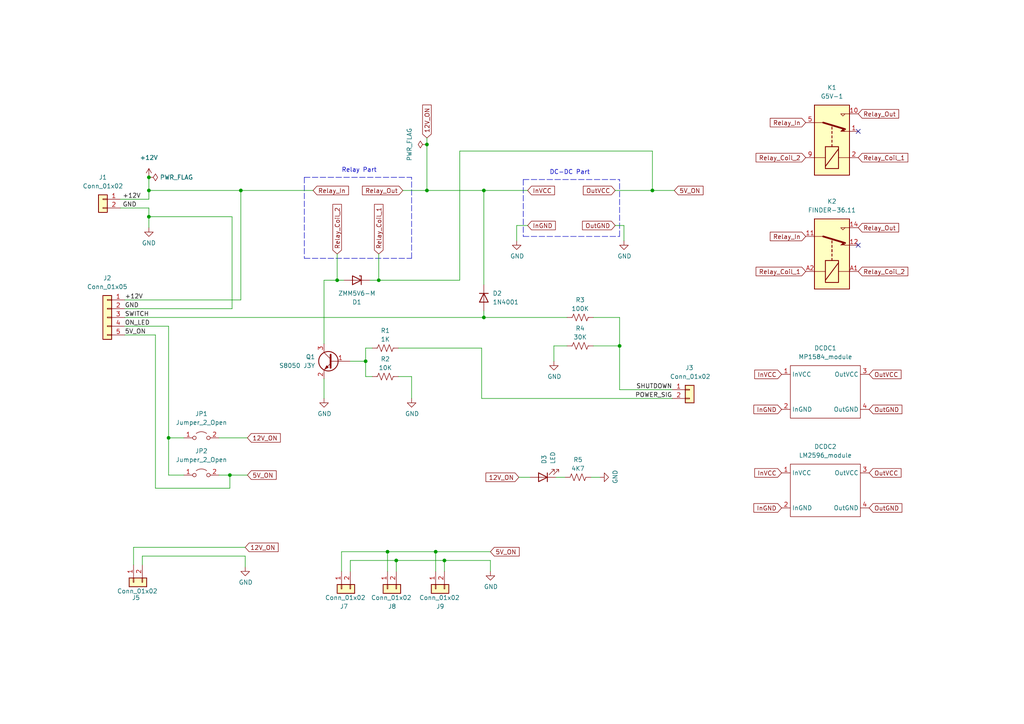
<source format=kicad_sch>
(kicad_sch (version 20211123) (generator eeschema)

  (uuid e3560686-c9dc-434a-8ef6-6d3940efeb58)

  (paper "A4")

  (title_block
    (title "Raspberry Pie Power Module")
    (date "2023-01-11")
    (rev "2")
    (company "for game machine makers")
  )

  (lib_symbols
    (symbol "Connector_Generic:Conn_01x02" (pin_names (offset 1.016) hide) (in_bom yes) (on_board yes)
      (property "Reference" "J" (id 0) (at 0 2.54 0)
        (effects (font (size 1.27 1.27)))
      )
      (property "Value" "Conn_01x02" (id 1) (at 0 -5.08 0)
        (effects (font (size 1.27 1.27)))
      )
      (property "Footprint" "" (id 2) (at 0 0 0)
        (effects (font (size 1.27 1.27)) hide)
      )
      (property "Datasheet" "~" (id 3) (at 0 0 0)
        (effects (font (size 1.27 1.27)) hide)
      )
      (property "ki_keywords" "connector" (id 4) (at 0 0 0)
        (effects (font (size 1.27 1.27)) hide)
      )
      (property "ki_description" "Generic connector, single row, 01x02, script generated (kicad-library-utils/schlib/autogen/connector/)" (id 5) (at 0 0 0)
        (effects (font (size 1.27 1.27)) hide)
      )
      (property "ki_fp_filters" "Connector*:*_1x??_*" (id 6) (at 0 0 0)
        (effects (font (size 1.27 1.27)) hide)
      )
      (symbol "Conn_01x02_1_1"
        (rectangle (start -1.27 -2.413) (end 0 -2.667)
          (stroke (width 0.1524) (type default) (color 0 0 0 0))
          (fill (type none))
        )
        (rectangle (start -1.27 0.127) (end 0 -0.127)
          (stroke (width 0.1524) (type default) (color 0 0 0 0))
          (fill (type none))
        )
        (rectangle (start -1.27 1.27) (end 1.27 -3.81)
          (stroke (width 0.254) (type default) (color 0 0 0 0))
          (fill (type background))
        )
        (pin passive line (at -5.08 0 0) (length 3.81)
          (name "Pin_1" (effects (font (size 1.27 1.27))))
          (number "1" (effects (font (size 1.27 1.27))))
        )
        (pin passive line (at -5.08 -2.54 0) (length 3.81)
          (name "Pin_2" (effects (font (size 1.27 1.27))))
          (number "2" (effects (font (size 1.27 1.27))))
        )
      )
    )
    (symbol "Connector_Generic:Conn_01x05" (pin_names (offset 1.016) hide) (in_bom yes) (on_board yes)
      (property "Reference" "J" (id 0) (at 0 7.62 0)
        (effects (font (size 1.27 1.27)))
      )
      (property "Value" "Conn_01x05" (id 1) (at 0 -7.62 0)
        (effects (font (size 1.27 1.27)))
      )
      (property "Footprint" "" (id 2) (at 0 0 0)
        (effects (font (size 1.27 1.27)) hide)
      )
      (property "Datasheet" "~" (id 3) (at 0 0 0)
        (effects (font (size 1.27 1.27)) hide)
      )
      (property "ki_keywords" "connector" (id 4) (at 0 0 0)
        (effects (font (size 1.27 1.27)) hide)
      )
      (property "ki_description" "Generic connector, single row, 01x05, script generated (kicad-library-utils/schlib/autogen/connector/)" (id 5) (at 0 0 0)
        (effects (font (size 1.27 1.27)) hide)
      )
      (property "ki_fp_filters" "Connector*:*_1x??_*" (id 6) (at 0 0 0)
        (effects (font (size 1.27 1.27)) hide)
      )
      (symbol "Conn_01x05_1_1"
        (rectangle (start -1.27 -4.953) (end 0 -5.207)
          (stroke (width 0.1524) (type default) (color 0 0 0 0))
          (fill (type none))
        )
        (rectangle (start -1.27 -2.413) (end 0 -2.667)
          (stroke (width 0.1524) (type default) (color 0 0 0 0))
          (fill (type none))
        )
        (rectangle (start -1.27 0.127) (end 0 -0.127)
          (stroke (width 0.1524) (type default) (color 0 0 0 0))
          (fill (type none))
        )
        (rectangle (start -1.27 2.667) (end 0 2.413)
          (stroke (width 0.1524) (type default) (color 0 0 0 0))
          (fill (type none))
        )
        (rectangle (start -1.27 5.207) (end 0 4.953)
          (stroke (width 0.1524) (type default) (color 0 0 0 0))
          (fill (type none))
        )
        (rectangle (start -1.27 6.35) (end 1.27 -6.35)
          (stroke (width 0.254) (type default) (color 0 0 0 0))
          (fill (type background))
        )
        (pin passive line (at -5.08 5.08 0) (length 3.81)
          (name "Pin_1" (effects (font (size 1.27 1.27))))
          (number "1" (effects (font (size 1.27 1.27))))
        )
        (pin passive line (at -5.08 2.54 0) (length 3.81)
          (name "Pin_2" (effects (font (size 1.27 1.27))))
          (number "2" (effects (font (size 1.27 1.27))))
        )
        (pin passive line (at -5.08 0 0) (length 3.81)
          (name "Pin_3" (effects (font (size 1.27 1.27))))
          (number "3" (effects (font (size 1.27 1.27))))
        )
        (pin passive line (at -5.08 -2.54 0) (length 3.81)
          (name "Pin_4" (effects (font (size 1.27 1.27))))
          (number "4" (effects (font (size 1.27 1.27))))
        )
        (pin passive line (at -5.08 -5.08 0) (length 3.81)
          (name "Pin_5" (effects (font (size 1.27 1.27))))
          (number "5" (effects (font (size 1.27 1.27))))
        )
      )
    )
    (symbol "DCDC_module_1" (in_bom yes) (on_board yes)
      (property "Reference" "DCDC" (id 0) (at 0 -17.78 0)
        (effects (font (size 1.27 1.27)))
      )
      (property "Value" "DCDC_module_1" (id 1) (at 0 2.54 0)
        (effects (font (size 1.27 1.27)))
      )
      (property "Footprint" "" (id 2) (at 0 0 0)
        (effects (font (size 1.27 1.27)) hide)
      )
      (property "Datasheet" "" (id 3) (at 0 0 0)
        (effects (font (size 1.27 1.27)) hide)
      )
      (symbol "DCDC_module_1_0_1"
        (rectangle (start -10.16 0) (end 10.16 -15.24)
          (stroke (width 0) (type default) (color 0 0 0 0))
          (fill (type none))
        )
      )
      (symbol "DCDC_module_1_1_1"
        (pin power_in line (at -12.7 -2.54 0) (length 2.54)
          (name "InVCC" (effects (font (size 1.27 1.27))))
          (number "1" (effects (font (size 1.27 1.27))))
        )
        (pin power_in line (at -12.7 -12.7 0) (length 2.54)
          (name "InGND" (effects (font (size 1.27 1.27))))
          (number "2" (effects (font (size 1.27 1.27))))
        )
        (pin power_out line (at 12.7 -2.54 180) (length 2.54)
          (name "OutVCC" (effects (font (size 1.27 1.27))))
          (number "3" (effects (font (size 1.27 1.27))))
        )
        (pin power_out line (at 12.7 -12.7 180) (length 2.54)
          (name "OutGND" (effects (font (size 1.27 1.27))))
          (number "4" (effects (font (size 1.27 1.27))))
        )
      )
    )
    (symbol "Device:LED" (pin_numbers hide) (pin_names (offset 1.016) hide) (in_bom yes) (on_board yes)
      (property "Reference" "D" (id 0) (at 0 2.54 0)
        (effects (font (size 1.27 1.27)))
      )
      (property "Value" "LED" (id 1) (at 0 -2.54 0)
        (effects (font (size 1.27 1.27)))
      )
      (property "Footprint" "" (id 2) (at 0 0 0)
        (effects (font (size 1.27 1.27)) hide)
      )
      (property "Datasheet" "~" (id 3) (at 0 0 0)
        (effects (font (size 1.27 1.27)) hide)
      )
      (property "ki_keywords" "LED diode" (id 4) (at 0 0 0)
        (effects (font (size 1.27 1.27)) hide)
      )
      (property "ki_description" "Light emitting diode" (id 5) (at 0 0 0)
        (effects (font (size 1.27 1.27)) hide)
      )
      (property "ki_fp_filters" "LED* LED_SMD:* LED_THT:*" (id 6) (at 0 0 0)
        (effects (font (size 1.27 1.27)) hide)
      )
      (symbol "LED_0_1"
        (polyline
          (pts
            (xy -1.27 -1.27)
            (xy -1.27 1.27)
          )
          (stroke (width 0.254) (type default) (color 0 0 0 0))
          (fill (type none))
        )
        (polyline
          (pts
            (xy -1.27 0)
            (xy 1.27 0)
          )
          (stroke (width 0) (type default) (color 0 0 0 0))
          (fill (type none))
        )
        (polyline
          (pts
            (xy 1.27 -1.27)
            (xy 1.27 1.27)
            (xy -1.27 0)
            (xy 1.27 -1.27)
          )
          (stroke (width 0.254) (type default) (color 0 0 0 0))
          (fill (type none))
        )
        (polyline
          (pts
            (xy -3.048 -0.762)
            (xy -4.572 -2.286)
            (xy -3.81 -2.286)
            (xy -4.572 -2.286)
            (xy -4.572 -1.524)
          )
          (stroke (width 0) (type default) (color 0 0 0 0))
          (fill (type none))
        )
        (polyline
          (pts
            (xy -1.778 -0.762)
            (xy -3.302 -2.286)
            (xy -2.54 -2.286)
            (xy -3.302 -2.286)
            (xy -3.302 -1.524)
          )
          (stroke (width 0) (type default) (color 0 0 0 0))
          (fill (type none))
        )
      )
      (symbol "LED_1_1"
        (pin passive line (at -3.81 0 0) (length 2.54)
          (name "K" (effects (font (size 1.27 1.27))))
          (number "1" (effects (font (size 1.27 1.27))))
        )
        (pin passive line (at 3.81 0 180) (length 2.54)
          (name "A" (effects (font (size 1.27 1.27))))
          (number "2" (effects (font (size 1.27 1.27))))
        )
      )
    )
    (symbol "Device:R_US" (pin_numbers hide) (pin_names (offset 0)) (in_bom yes) (on_board yes)
      (property "Reference" "R" (id 0) (at 2.54 0 90)
        (effects (font (size 1.27 1.27)))
      )
      (property "Value" "R_US" (id 1) (at -2.54 0 90)
        (effects (font (size 1.27 1.27)))
      )
      (property "Footprint" "" (id 2) (at 1.016 -0.254 90)
        (effects (font (size 1.27 1.27)) hide)
      )
      (property "Datasheet" "~" (id 3) (at 0 0 0)
        (effects (font (size 1.27 1.27)) hide)
      )
      (property "ki_keywords" "R res resistor" (id 4) (at 0 0 0)
        (effects (font (size 1.27 1.27)) hide)
      )
      (property "ki_description" "Resistor, US symbol" (id 5) (at 0 0 0)
        (effects (font (size 1.27 1.27)) hide)
      )
      (property "ki_fp_filters" "R_*" (id 6) (at 0 0 0)
        (effects (font (size 1.27 1.27)) hide)
      )
      (symbol "R_US_0_1"
        (polyline
          (pts
            (xy 0 -2.286)
            (xy 0 -2.54)
          )
          (stroke (width 0) (type default) (color 0 0 0 0))
          (fill (type none))
        )
        (polyline
          (pts
            (xy 0 2.286)
            (xy 0 2.54)
          )
          (stroke (width 0) (type default) (color 0 0 0 0))
          (fill (type none))
        )
        (polyline
          (pts
            (xy 0 -0.762)
            (xy 1.016 -1.143)
            (xy 0 -1.524)
            (xy -1.016 -1.905)
            (xy 0 -2.286)
          )
          (stroke (width 0) (type default) (color 0 0 0 0))
          (fill (type none))
        )
        (polyline
          (pts
            (xy 0 0.762)
            (xy 1.016 0.381)
            (xy 0 0)
            (xy -1.016 -0.381)
            (xy 0 -0.762)
          )
          (stroke (width 0) (type default) (color 0 0 0 0))
          (fill (type none))
        )
        (polyline
          (pts
            (xy 0 2.286)
            (xy 1.016 1.905)
            (xy 0 1.524)
            (xy -1.016 1.143)
            (xy 0 0.762)
          )
          (stroke (width 0) (type default) (color 0 0 0 0))
          (fill (type none))
        )
      )
      (symbol "R_US_1_1"
        (pin passive line (at 0 3.81 270) (length 1.27)
          (name "~" (effects (font (size 1.27 1.27))))
          (number "1" (effects (font (size 1.27 1.27))))
        )
        (pin passive line (at 0 -3.81 90) (length 1.27)
          (name "~" (effects (font (size 1.27 1.27))))
          (number "2" (effects (font (size 1.27 1.27))))
        )
      )
    )
    (symbol "Diode:1N4001" (pin_numbers hide) (pin_names hide) (in_bom yes) (on_board yes)
      (property "Reference" "D" (id 0) (at 0 2.54 0)
        (effects (font (size 1.27 1.27)))
      )
      (property "Value" "1N4001" (id 1) (at 0 -2.54 0)
        (effects (font (size 1.27 1.27)))
      )
      (property "Footprint" "Diode_THT:D_DO-41_SOD81_P10.16mm_Horizontal" (id 2) (at 0 0 0)
        (effects (font (size 1.27 1.27)) hide)
      )
      (property "Datasheet" "http://www.vishay.com/docs/88503/1n4001.pdf" (id 3) (at 0 0 0)
        (effects (font (size 1.27 1.27)) hide)
      )
      (property "ki_keywords" "diode" (id 4) (at 0 0 0)
        (effects (font (size 1.27 1.27)) hide)
      )
      (property "ki_description" "50V 1A General Purpose Rectifier Diode, DO-41" (id 5) (at 0 0 0)
        (effects (font (size 1.27 1.27)) hide)
      )
      (property "ki_fp_filters" "D*DO?41*" (id 6) (at 0 0 0)
        (effects (font (size 1.27 1.27)) hide)
      )
      (symbol "1N4001_0_1"
        (polyline
          (pts
            (xy -1.27 1.27)
            (xy -1.27 -1.27)
          )
          (stroke (width 0.254) (type default) (color 0 0 0 0))
          (fill (type none))
        )
        (polyline
          (pts
            (xy 1.27 0)
            (xy -1.27 0)
          )
          (stroke (width 0) (type default) (color 0 0 0 0))
          (fill (type none))
        )
        (polyline
          (pts
            (xy 1.27 1.27)
            (xy 1.27 -1.27)
            (xy -1.27 0)
            (xy 1.27 1.27)
          )
          (stroke (width 0.254) (type default) (color 0 0 0 0))
          (fill (type none))
        )
      )
      (symbol "1N4001_1_1"
        (pin passive line (at -3.81 0 0) (length 2.54)
          (name "K" (effects (font (size 1.27 1.27))))
          (number "1" (effects (font (size 1.27 1.27))))
        )
        (pin passive line (at 3.81 0 180) (length 2.54)
          (name "A" (effects (font (size 1.27 1.27))))
          (number "2" (effects (font (size 1.27 1.27))))
        )
      )
    )
    (symbol "Diode:ZMMxx" (pin_numbers hide) (pin_names hide) (in_bom yes) (on_board yes)
      (property "Reference" "D" (id 0) (at 0 2.54 0)
        (effects (font (size 1.27 1.27)))
      )
      (property "Value" "ZMMxx" (id 1) (at 0 -2.54 0)
        (effects (font (size 1.27 1.27)))
      )
      (property "Footprint" "Diode_SMD:D_MiniMELF" (id 2) (at 0 -4.445 0)
        (effects (font (size 1.27 1.27)) hide)
      )
      (property "Datasheet" "https://diotec.com/tl_files/diotec/files/pdf/datasheets/zmm1.pdf" (id 3) (at 0 0 0)
        (effects (font (size 1.27 1.27)) hide)
      )
      (property "ki_keywords" "zener diode" (id 4) (at 0 0 0)
        (effects (font (size 1.27 1.27)) hide)
      )
      (property "ki_description" "500mW Zener Diode, MiniMELF" (id 5) (at 0 0 0)
        (effects (font (size 1.27 1.27)) hide)
      )
      (property "ki_fp_filters" "D*MiniMELF*" (id 6) (at 0 0 0)
        (effects (font (size 1.27 1.27)) hide)
      )
      (symbol "ZMMxx_0_1"
        (polyline
          (pts
            (xy 1.27 0)
            (xy -1.27 0)
          )
          (stroke (width 0) (type default) (color 0 0 0 0))
          (fill (type none))
        )
        (polyline
          (pts
            (xy -1.27 -1.27)
            (xy -1.27 1.27)
            (xy -0.762 1.27)
          )
          (stroke (width 0.254) (type default) (color 0 0 0 0))
          (fill (type none))
        )
        (polyline
          (pts
            (xy 1.27 -1.27)
            (xy 1.27 1.27)
            (xy -1.27 0)
            (xy 1.27 -1.27)
          )
          (stroke (width 0.254) (type default) (color 0 0 0 0))
          (fill (type none))
        )
      )
      (symbol "ZMMxx_1_1"
        (pin passive line (at -3.81 0 0) (length 2.54)
          (name "K" (effects (font (size 1.27 1.27))))
          (number "1" (effects (font (size 1.27 1.27))))
        )
        (pin passive line (at 3.81 0 180) (length 2.54)
          (name "A" (effects (font (size 1.27 1.27))))
          (number "2" (effects (font (size 1.27 1.27))))
        )
      )
    )
    (symbol "Jumper:Jumper_2_Open" (pin_names (offset 0) hide) (in_bom yes) (on_board yes)
      (property "Reference" "JP" (id 0) (at 0 2.794 0)
        (effects (font (size 1.27 1.27)))
      )
      (property "Value" "Jumper_2_Open" (id 1) (at 0 -2.286 0)
        (effects (font (size 1.27 1.27)))
      )
      (property "Footprint" "" (id 2) (at 0 0 0)
        (effects (font (size 1.27 1.27)) hide)
      )
      (property "Datasheet" "~" (id 3) (at 0 0 0)
        (effects (font (size 1.27 1.27)) hide)
      )
      (property "ki_keywords" "Jumper SPST" (id 4) (at 0 0 0)
        (effects (font (size 1.27 1.27)) hide)
      )
      (property "ki_description" "Jumper, 2-pole, open" (id 5) (at 0 0 0)
        (effects (font (size 1.27 1.27)) hide)
      )
      (property "ki_fp_filters" "Jumper* TestPoint*2Pads* TestPoint*Bridge*" (id 6) (at 0 0 0)
        (effects (font (size 1.27 1.27)) hide)
      )
      (symbol "Jumper_2_Open_0_0"
        (circle (center -2.032 0) (radius 0.508)
          (stroke (width 0) (type default) (color 0 0 0 0))
          (fill (type none))
        )
        (circle (center 2.032 0) (radius 0.508)
          (stroke (width 0) (type default) (color 0 0 0 0))
          (fill (type none))
        )
      )
      (symbol "Jumper_2_Open_0_1"
        (arc (start 1.524 1.27) (mid 0 1.778) (end -1.524 1.27)
          (stroke (width 0) (type default) (color 0 0 0 0))
          (fill (type none))
        )
      )
      (symbol "Jumper_2_Open_1_1"
        (pin passive line (at -5.08 0 0) (length 2.54)
          (name "A" (effects (font (size 1.27 1.27))))
          (number "1" (effects (font (size 1.27 1.27))))
        )
        (pin passive line (at 5.08 0 180) (length 2.54)
          (name "B" (effects (font (size 1.27 1.27))))
          (number "2" (effects (font (size 1.27 1.27))))
        )
      )
    )
    (symbol "Relay:FINDER-36.11" (in_bom yes) (on_board yes)
      (property "Reference" "K" (id 0) (at 11.43 3.81 0)
        (effects (font (size 1.27 1.27)) (justify left))
      )
      (property "Value" "FINDER-36.11" (id 1) (at 11.43 1.27 0)
        (effects (font (size 1.27 1.27)) (justify left))
      )
      (property "Footprint" "Relay_THT:Relay_SPDT_Finder_36.11" (id 2) (at 32.258 -0.762 0)
        (effects (font (size 1.27 1.27)) hide)
      )
      (property "Datasheet" "https://gfinder.findernet.com/public/attachments/36/EN/S36EN.pdf" (id 3) (at 0 0 0)
        (effects (font (size 1.27 1.27)) hide)
      )
      (property "ki_keywords" "spdt relay" (id 4) (at 0 0 0)
        (effects (font (size 1.27 1.27)) hide)
      )
      (property "ki_description" "FINDER 36.11, SPDT relay, 10A" (id 5) (at 0 0 0)
        (effects (font (size 1.27 1.27)) hide)
      )
      (property "ki_fp_filters" "Relay*SPDT*Finder*36.11*" (id 6) (at 0 0 0)
        (effects (font (size 1.27 1.27)) hide)
      )
      (symbol "FINDER-36.11_0_0"
        (polyline
          (pts
            (xy 2.54 3.81)
            (xy 2.54 5.08)
          )
          (stroke (width 0) (type default) (color 0 0 0 0))
          (fill (type none))
        )
        (polyline
          (pts
            (xy 7.62 3.81)
            (xy 7.62 5.08)
          )
          (stroke (width 0) (type default) (color 0 0 0 0))
          (fill (type none))
        )
        (polyline
          (pts
            (xy 7.62 3.81)
            (xy 7.62 2.54)
            (xy 6.985 3.175)
            (xy 7.62 3.81)
          )
          (stroke (width 0) (type default) (color 0 0 0 0))
          (fill (type none))
        )
      )
      (symbol "FINDER-36.11_0_1"
        (rectangle (start -10.16 5.08) (end 10.16 -5.08)
          (stroke (width 0.254) (type default) (color 0 0 0 0))
          (fill (type background))
        )
        (rectangle (start -8.255 1.905) (end -1.905 -1.905)
          (stroke (width 0.254) (type default) (color 0 0 0 0))
          (fill (type none))
        )
        (polyline
          (pts
            (xy -7.62 -1.905)
            (xy -2.54 1.905)
          )
          (stroke (width 0.254) (type default) (color 0 0 0 0))
          (fill (type none))
        )
        (polyline
          (pts
            (xy -5.08 -5.08)
            (xy -5.08 -1.905)
          )
          (stroke (width 0) (type default) (color 0 0 0 0))
          (fill (type none))
        )
        (polyline
          (pts
            (xy -5.08 5.08)
            (xy -5.08 1.905)
          )
          (stroke (width 0) (type default) (color 0 0 0 0))
          (fill (type none))
        )
        (polyline
          (pts
            (xy -1.905 0)
            (xy -1.27 0)
          )
          (stroke (width 0.254) (type default) (color 0 0 0 0))
          (fill (type none))
        )
        (polyline
          (pts
            (xy -0.635 0)
            (xy 0 0)
          )
          (stroke (width 0.254) (type default) (color 0 0 0 0))
          (fill (type none))
        )
        (polyline
          (pts
            (xy 0.635 0)
            (xy 1.27 0)
          )
          (stroke (width 0.254) (type default) (color 0 0 0 0))
          (fill (type none))
        )
        (polyline
          (pts
            (xy 0.635 0)
            (xy 1.27 0)
          )
          (stroke (width 0.254) (type default) (color 0 0 0 0))
          (fill (type none))
        )
        (polyline
          (pts
            (xy 1.905 0)
            (xy 2.54 0)
          )
          (stroke (width 0.254) (type default) (color 0 0 0 0))
          (fill (type none))
        )
        (polyline
          (pts
            (xy 3.175 0)
            (xy 3.81 0)
          )
          (stroke (width 0.254) (type default) (color 0 0 0 0))
          (fill (type none))
        )
        (polyline
          (pts
            (xy 5.08 -2.54)
            (xy 3.175 3.81)
          )
          (stroke (width 0.508) (type default) (color 0 0 0 0))
          (fill (type none))
        )
        (polyline
          (pts
            (xy 5.08 -2.54)
            (xy 5.08 -5.08)
          )
          (stroke (width 0) (type default) (color 0 0 0 0))
          (fill (type none))
        )
        (polyline
          (pts
            (xy 2.54 2.54)
            (xy 3.175 3.175)
            (xy 2.54 3.81)
          )
          (stroke (width 0) (type default) (color 0 0 0 0))
          (fill (type outline))
        )
      )
      (symbol "FINDER-36.11_1_1"
        (pin passive line (at 5.08 -7.62 90) (length 2.54)
          (name "~" (effects (font (size 1.27 1.27))))
          (number "11" (effects (font (size 1.27 1.27))))
        )
        (pin passive line (at 2.54 7.62 270) (length 2.54)
          (name "~" (effects (font (size 1.27 1.27))))
          (number "12" (effects (font (size 1.27 1.27))))
        )
        (pin passive line (at 7.62 7.62 270) (length 2.54)
          (name "~" (effects (font (size 1.27 1.27))))
          (number "14" (effects (font (size 1.27 1.27))))
        )
        (pin passive line (at -5.08 7.62 270) (length 2.54)
          (name "~" (effects (font (size 1.27 1.27))))
          (number "A1" (effects (font (size 1.27 1.27))))
        )
        (pin passive line (at -5.08 -7.62 90) (length 2.54)
          (name "~" (effects (font (size 1.27 1.27))))
          (number "A2" (effects (font (size 1.27 1.27))))
        )
      )
    )
    (symbol "Relay:G5V-1" (in_bom yes) (on_board yes)
      (property "Reference" "K" (id 0) (at 11.43 3.81 0)
        (effects (font (size 1.27 1.27)) (justify left))
      )
      (property "Value" "G5V-1" (id 1) (at 11.43 1.27 0)
        (effects (font (size 1.27 1.27)) (justify left))
      )
      (property "Footprint" "Relay_THT:Relay_SPDT_Omron_G5V-1" (id 2) (at 28.702 -0.762 0)
        (effects (font (size 1.27 1.27)) hide)
      )
      (property "Datasheet" "http://omronfs.omron.com/en_US/ecb/products/pdf/en-g5v_1.pdf" (id 3) (at 0 0 0)
        (effects (font (size 1.27 1.27)) hide)
      )
      (property "ki_keywords" "Single Pole Relay SPDT" (id 4) (at 0 0 0)
        (effects (font (size 1.27 1.27)) hide)
      )
      (property "ki_description" "Ultra-miniature, Highly Sensitive SPDT Relay for Signal Circuits" (id 5) (at 0 0 0)
        (effects (font (size 1.27 1.27)) hide)
      )
      (property "ki_fp_filters" "Relay*SPDT*Omron*G5V?1*" (id 6) (at 0 0 0)
        (effects (font (size 1.27 1.27)) hide)
      )
      (symbol "G5V-1_0_0"
        (polyline
          (pts
            (xy 7.62 5.08)
            (xy 7.62 2.54)
            (xy 6.985 3.175)
            (xy 7.62 3.81)
          )
          (stroke (width 0) (type default) (color 0 0 0 0))
          (fill (type none))
        )
      )
      (symbol "G5V-1_0_1"
        (rectangle (start -10.16 5.08) (end 10.16 -5.08)
          (stroke (width 0.254) (type default) (color 0 0 0 0))
          (fill (type background))
        )
        (rectangle (start -8.255 1.905) (end -1.905 -1.905)
          (stroke (width 0.254) (type default) (color 0 0 0 0))
          (fill (type none))
        )
        (polyline
          (pts
            (xy -7.62 -1.905)
            (xy -2.54 1.905)
          )
          (stroke (width 0.254) (type default) (color 0 0 0 0))
          (fill (type none))
        )
        (polyline
          (pts
            (xy -5.08 -5.08)
            (xy -5.08 -1.905)
          )
          (stroke (width 0) (type default) (color 0 0 0 0))
          (fill (type none))
        )
        (polyline
          (pts
            (xy -5.08 5.08)
            (xy -5.08 1.905)
          )
          (stroke (width 0) (type default) (color 0 0 0 0))
          (fill (type none))
        )
        (polyline
          (pts
            (xy -1.905 0)
            (xy -1.27 0)
          )
          (stroke (width 0.254) (type default) (color 0 0 0 0))
          (fill (type none))
        )
        (polyline
          (pts
            (xy -0.635 0)
            (xy 0 0)
          )
          (stroke (width 0.254) (type default) (color 0 0 0 0))
          (fill (type none))
        )
        (polyline
          (pts
            (xy 0.635 0)
            (xy 1.27 0)
          )
          (stroke (width 0.254) (type default) (color 0 0 0 0))
          (fill (type none))
        )
        (polyline
          (pts
            (xy 1.905 0)
            (xy 2.54 0)
          )
          (stroke (width 0.254) (type default) (color 0 0 0 0))
          (fill (type none))
        )
        (polyline
          (pts
            (xy 3.175 0)
            (xy 3.81 0)
          )
          (stroke (width 0.254) (type default) (color 0 0 0 0))
          (fill (type none))
        )
        (polyline
          (pts
            (xy 5.08 -2.54)
            (xy 3.175 3.81)
          )
          (stroke (width 0.508) (type default) (color 0 0 0 0))
          (fill (type none))
        )
        (polyline
          (pts
            (xy 5.08 -2.54)
            (xy 5.08 -5.08)
          )
          (stroke (width 0) (type default) (color 0 0 0 0))
          (fill (type none))
        )
        (polyline
          (pts
            (xy 2.54 5.08)
            (xy 2.54 2.54)
            (xy 3.175 3.175)
            (xy 2.54 3.81)
          )
          (stroke (width 0) (type default) (color 0 0 0 0))
          (fill (type outline))
        )
      )
      (symbol "G5V-1_1_1"
        (pin passive line (at 2.54 7.62 270) (length 2.54)
          (name "~" (effects (font (size 1.27 1.27))))
          (number "1" (effects (font (size 1.27 1.27))))
        )
        (pin passive line (at 7.62 7.62 270) (length 2.54)
          (name "~" (effects (font (size 1.27 1.27))))
          (number "10" (effects (font (size 1.27 1.27))))
        )
        (pin passive line (at -5.08 7.62 270) (length 2.54)
          (name "~" (effects (font (size 1.27 1.27))))
          (number "2" (effects (font (size 1.27 1.27))))
        )
        (pin passive line (at 5.08 -7.62 90) (length 2.54)
          (name "~" (effects (font (size 1.27 1.27))))
          (number "5" (effects (font (size 1.27 1.27))))
        )
        (pin passive line (at 5.08 -7.62 90) (length 2.54) hide
          (name "~" (effects (font (size 1.27 1.27))))
          (number "6" (effects (font (size 1.27 1.27))))
        )
        (pin passive line (at -5.08 -7.62 90) (length 2.54)
          (name "~" (effects (font (size 1.27 1.27))))
          (number "9" (effects (font (size 1.27 1.27))))
        )
      )
    )
    (symbol "Transistor_BJT:BC847" (pin_names (offset 0) hide) (in_bom yes) (on_board yes)
      (property "Reference" "Q" (id 0) (at 5.08 1.905 0)
        (effects (font (size 1.27 1.27)) (justify left))
      )
      (property "Value" "BC847" (id 1) (at 5.08 0 0)
        (effects (font (size 1.27 1.27)) (justify left))
      )
      (property "Footprint" "Package_TO_SOT_SMD:SOT-23" (id 2) (at 5.08 -1.905 0)
        (effects (font (size 1.27 1.27) italic) (justify left) hide)
      )
      (property "Datasheet" "http://www.infineon.com/dgdl/Infineon-BC847SERIES_BC848SERIES_BC849SERIES_BC850SERIES-DS-v01_01-en.pdf?fileId=db3a304314dca389011541d4630a1657" (id 3) (at 0 0 0)
        (effects (font (size 1.27 1.27)) (justify left) hide)
      )
      (property "ki_keywords" "NPN Small Signal Transistor" (id 4) (at 0 0 0)
        (effects (font (size 1.27 1.27)) hide)
      )
      (property "ki_description" "0.1A Ic, 45V Vce, NPN Transistor, SOT-23" (id 5) (at 0 0 0)
        (effects (font (size 1.27 1.27)) hide)
      )
      (property "ki_fp_filters" "SOT?23*" (id 6) (at 0 0 0)
        (effects (font (size 1.27 1.27)) hide)
      )
      (symbol "BC847_0_1"
        (polyline
          (pts
            (xy 0.635 0.635)
            (xy 2.54 2.54)
          )
          (stroke (width 0) (type default) (color 0 0 0 0))
          (fill (type none))
        )
        (polyline
          (pts
            (xy 0.635 -0.635)
            (xy 2.54 -2.54)
            (xy 2.54 -2.54)
          )
          (stroke (width 0) (type default) (color 0 0 0 0))
          (fill (type none))
        )
        (polyline
          (pts
            (xy 0.635 1.905)
            (xy 0.635 -1.905)
            (xy 0.635 -1.905)
          )
          (stroke (width 0.508) (type default) (color 0 0 0 0))
          (fill (type none))
        )
        (polyline
          (pts
            (xy 1.27 -1.778)
            (xy 1.778 -1.27)
            (xy 2.286 -2.286)
            (xy 1.27 -1.778)
            (xy 1.27 -1.778)
          )
          (stroke (width 0) (type default) (color 0 0 0 0))
          (fill (type outline))
        )
        (circle (center 1.27 0) (radius 2.8194)
          (stroke (width 0.254) (type default) (color 0 0 0 0))
          (fill (type none))
        )
      )
      (symbol "BC847_1_1"
        (pin input line (at -5.08 0 0) (length 5.715)
          (name "B" (effects (font (size 1.27 1.27))))
          (number "1" (effects (font (size 1.27 1.27))))
        )
        (pin passive line (at 2.54 -5.08 90) (length 2.54)
          (name "E" (effects (font (size 1.27 1.27))))
          (number "2" (effects (font (size 1.27 1.27))))
        )
        (pin passive line (at 2.54 5.08 270) (length 2.54)
          (name "C" (effects (font (size 1.27 1.27))))
          (number "3" (effects (font (size 1.27 1.27))))
        )
      )
    )
    (symbol "power:+12V" (power) (pin_names (offset 0)) (in_bom yes) (on_board yes)
      (property "Reference" "#PWR" (id 0) (at 0 -3.81 0)
        (effects (font (size 1.27 1.27)) hide)
      )
      (property "Value" "+12V" (id 1) (at 0 3.556 0)
        (effects (font (size 1.27 1.27)))
      )
      (property "Footprint" "" (id 2) (at 0 0 0)
        (effects (font (size 1.27 1.27)) hide)
      )
      (property "Datasheet" "" (id 3) (at 0 0 0)
        (effects (font (size 1.27 1.27)) hide)
      )
      (property "ki_keywords" "power-flag" (id 4) (at 0 0 0)
        (effects (font (size 1.27 1.27)) hide)
      )
      (property "ki_description" "Power symbol creates a global label with name \"+12V\"" (id 5) (at 0 0 0)
        (effects (font (size 1.27 1.27)) hide)
      )
      (symbol "+12V_0_1"
        (polyline
          (pts
            (xy -0.762 1.27)
            (xy 0 2.54)
          )
          (stroke (width 0) (type default) (color 0 0 0 0))
          (fill (type none))
        )
        (polyline
          (pts
            (xy 0 0)
            (xy 0 2.54)
          )
          (stroke (width 0) (type default) (color 0 0 0 0))
          (fill (type none))
        )
        (polyline
          (pts
            (xy 0 2.54)
            (xy 0.762 1.27)
          )
          (stroke (width 0) (type default) (color 0 0 0 0))
          (fill (type none))
        )
      )
      (symbol "+12V_1_1"
        (pin power_in line (at 0 0 90) (length 0) hide
          (name "+12V" (effects (font (size 1.27 1.27))))
          (number "1" (effects (font (size 1.27 1.27))))
        )
      )
    )
    (symbol "power:GND" (power) (pin_names (offset 0)) (in_bom yes) (on_board yes)
      (property "Reference" "#PWR" (id 0) (at 0 -6.35 0)
        (effects (font (size 1.27 1.27)) hide)
      )
      (property "Value" "GND" (id 1) (at 0 -3.81 0)
        (effects (font (size 1.27 1.27)))
      )
      (property "Footprint" "" (id 2) (at 0 0 0)
        (effects (font (size 1.27 1.27)) hide)
      )
      (property "Datasheet" "" (id 3) (at 0 0 0)
        (effects (font (size 1.27 1.27)) hide)
      )
      (property "ki_keywords" "power-flag" (id 4) (at 0 0 0)
        (effects (font (size 1.27 1.27)) hide)
      )
      (property "ki_description" "Power symbol creates a global label with name \"GND\" , ground" (id 5) (at 0 0 0)
        (effects (font (size 1.27 1.27)) hide)
      )
      (symbol "GND_0_1"
        (polyline
          (pts
            (xy 0 0)
            (xy 0 -1.27)
            (xy 1.27 -1.27)
            (xy 0 -2.54)
            (xy -1.27 -1.27)
            (xy 0 -1.27)
          )
          (stroke (width 0) (type default) (color 0 0 0 0))
          (fill (type none))
        )
      )
      (symbol "GND_1_1"
        (pin power_in line (at 0 0 270) (length 0) hide
          (name "GND" (effects (font (size 1.27 1.27))))
          (number "1" (effects (font (size 1.27 1.27))))
        )
      )
    )
    (symbol "power:PWR_FLAG" (power) (pin_numbers hide) (pin_names (offset 0) hide) (in_bom yes) (on_board yes)
      (property "Reference" "#FLG" (id 0) (at 0 1.905 0)
        (effects (font (size 1.27 1.27)) hide)
      )
      (property "Value" "PWR_FLAG" (id 1) (at 0 3.81 0)
        (effects (font (size 1.27 1.27)))
      )
      (property "Footprint" "" (id 2) (at 0 0 0)
        (effects (font (size 1.27 1.27)) hide)
      )
      (property "Datasheet" "~" (id 3) (at 0 0 0)
        (effects (font (size 1.27 1.27)) hide)
      )
      (property "ki_keywords" "power-flag" (id 4) (at 0 0 0)
        (effects (font (size 1.27 1.27)) hide)
      )
      (property "ki_description" "Special symbol for telling ERC where power comes from" (id 5) (at 0 0 0)
        (effects (font (size 1.27 1.27)) hide)
      )
      (symbol "PWR_FLAG_0_0"
        (pin power_out line (at 0 0 90) (length 0)
          (name "pwr" (effects (font (size 1.27 1.27))))
          (number "1" (effects (font (size 1.27 1.27))))
        )
      )
      (symbol "PWR_FLAG_0_1"
        (polyline
          (pts
            (xy 0 0)
            (xy 0 1.27)
            (xy -1.016 1.905)
            (xy 0 2.54)
            (xy 1.016 1.905)
            (xy 0 1.27)
          )
          (stroke (width 0) (type default) (color 0 0 0 0))
          (fill (type none))
        )
      )
    )
    (symbol "rasp_power_module:DCDC_module" (in_bom yes) (on_board yes)
      (property "Reference" "DCDC" (id 0) (at 0 -17.78 0)
        (effects (font (size 1.27 1.27)))
      )
      (property "Value" "DCDC_module" (id 1) (at 0 2.54 0)
        (effects (font (size 1.27 1.27)))
      )
      (property "Footprint" "" (id 2) (at 0 0 0)
        (effects (font (size 1.27 1.27)) hide)
      )
      (property "Datasheet" "" (id 3) (at 0 0 0)
        (effects (font (size 1.27 1.27)) hide)
      )
      (symbol "DCDC_module_0_1"
        (rectangle (start -10.16 0) (end 10.16 -15.24)
          (stroke (width 0) (type default) (color 0 0 0 0))
          (fill (type none))
        )
      )
      (symbol "DCDC_module_1_1"
        (pin power_in line (at -12.7 -2.54 0) (length 2.54)
          (name "InVCC" (effects (font (size 1.27 1.27))))
          (number "1" (effects (font (size 1.27 1.27))))
        )
        (pin power_in line (at -12.7 -12.7 0) (length 2.54)
          (name "InGND" (effects (font (size 1.27 1.27))))
          (number "2" (effects (font (size 1.27 1.27))))
        )
        (pin power_out line (at 12.7 -2.54 180) (length 2.54)
          (name "OutVCC" (effects (font (size 1.27 1.27))))
          (number "3" (effects (font (size 1.27 1.27))))
        )
        (pin power_out line (at 12.7 -12.7 180) (length 2.54)
          (name "OutGND" (effects (font (size 1.27 1.27))))
          (number "4" (effects (font (size 1.27 1.27))))
        )
      )
    )
  )

  (junction (at 114.935 162.56) (diameter 0) (color 0 0 0 0)
    (uuid 0655461f-cd2d-454f-ad9d-d5c7aaa4561c)
  )
  (junction (at 106.045 104.775) (diameter 0) (color 0 0 0 0)
    (uuid 17c13edb-47ac-4486-ab7d-4892d2d6d9f7)
  )
  (junction (at 123.825 55.245) (diameter 0) (color 0 0 0 0)
    (uuid 19686f25-0c70-4045-bc9e-9f26e61446aa)
  )
  (junction (at 112.395 160.02) (diameter 0) (color 0 0 0 0)
    (uuid 271beae2-c593-43d6-af6a-d6026aa8e200)
  )
  (junction (at 140.335 92.075) (diameter 0) (color 0 0 0 0)
    (uuid 39fd8763-703e-4298-a984-48c712c86d3a)
  )
  (junction (at 97.79 81.28) (diameter 0) (color 0 0 0 0)
    (uuid 4d6d8a73-761c-4701-bb0b-fd8708c2cdf7)
  )
  (junction (at 109.855 81.28) (diameter 0) (color 0 0 0 0)
    (uuid 4f6f56ac-b178-42c8-a303-ffe1512a0b5d)
  )
  (junction (at 140.335 55.245) (diameter 0) (color 0 0 0 0)
    (uuid 6ba9fd2e-1e1b-4d2a-a746-1ac6e16be756)
  )
  (junction (at 48.895 127) (diameter 0) (color 0 0 0 0)
    (uuid 6fcb6882-107e-4a1d-9445-ef3efdd0b058)
  )
  (junction (at 123.825 41.91) (diameter 0) (color 0 0 0 0)
    (uuid 7db9eb89-8739-4c27-9d9d-0e4a7b114257)
  )
  (junction (at 66.675 137.795) (diameter 0) (color 0 0 0 0)
    (uuid 95c40c64-c41a-4560-b473-09c4ec52eb2a)
  )
  (junction (at 128.905 162.56) (diameter 0) (color 0 0 0 0)
    (uuid 969572e4-c198-45cc-a81d-70dd3ba7bc0e)
  )
  (junction (at 179.705 100.33) (diameter 0) (color 0 0 0 0)
    (uuid b4182e30-0e7b-4ecb-ac06-b02c3432e139)
  )
  (junction (at 43.18 55.245) (diameter 0) (color 0 0 0 0)
    (uuid bba92c34-0090-4d67-8f7b-ce1f93adfd41)
  )
  (junction (at 43.18 51.435) (diameter 0) (color 0 0 0 0)
    (uuid c66687b6-7a0e-45ed-a1fe-aa3c8bc92c56)
  )
  (junction (at 43.18 62.865) (diameter 0) (color 0 0 0 0)
    (uuid d4033791-b9e2-4c59-bc1b-5d48742e06f1)
  )
  (junction (at 69.85 55.245) (diameter 0) (color 0 0 0 0)
    (uuid d4db95e6-8914-49d0-8649-3d76ec15a93f)
  )
  (junction (at 189.23 55.245) (diameter 0) (color 0 0 0 0)
    (uuid d734ac42-3cdd-4c92-a65c-d185dd729043)
  )
  (junction (at 126.365 160.02) (diameter 0) (color 0 0 0 0)
    (uuid ebb1d762-5cc1-4c00-9de2-e4b0f127a895)
  )

  (no_connect (at 248.92 38.1) (uuid 6996f10c-7f62-4e4b-8895-1c22c6b8f95d))
  (no_connect (at 248.92 71.12) (uuid b3c18a4a-8528-4840-8322-0c9f6254a03b))

  (wire (pts (xy 123.825 41.91) (xy 123.825 55.245))
    (stroke (width 0) (type default) (color 0 0 0 0))
    (uuid 0378fb50-2032-4988-913f-88b6fd76d575)
  )
  (wire (pts (xy 41.275 161.29) (xy 41.275 163.83))
    (stroke (width 0) (type default) (color 0 0 0 0))
    (uuid 03cd6178-a358-41df-bd12-2d43471d07e0)
  )
  (wire (pts (xy 106.045 100.965) (xy 107.95 100.965))
    (stroke (width 0) (type default) (color 0 0 0 0))
    (uuid 0727f979-1b5f-401d-8c8c-19867bbc2d10)
  )
  (wire (pts (xy 140.335 55.245) (xy 140.335 82.55))
    (stroke (width 0) (type default) (color 0 0 0 0))
    (uuid 07dd40b4-7ba6-4861-b256-950439b50c95)
  )
  (wire (pts (xy 119.38 109.22) (xy 115.57 109.22))
    (stroke (width 0) (type default) (color 0 0 0 0))
    (uuid 09883028-5853-418c-96e9-0f163f6a95df)
  )
  (polyline (pts (xy 151.765 52.07) (xy 151.765 68.58))
    (stroke (width 0) (type default) (color 0 0 0 0))
    (uuid 0a99d538-5488-4471-91c6-9832d9df938d)
  )

  (wire (pts (xy 133.35 81.28) (xy 133.35 43.815))
    (stroke (width 0) (type default) (color 0 0 0 0))
    (uuid 12474a19-40c0-4e8d-ab09-2bd349b0fcd9)
  )
  (polyline (pts (xy 88.265 51.435) (xy 119.38 51.435))
    (stroke (width 0) (type default) (color 0 0 0 0))
    (uuid 1317bc4c-b0e3-4921-92de-5eca8c8e94e6)
  )

  (wire (pts (xy 140.335 92.075) (xy 164.465 92.075))
    (stroke (width 0) (type default) (color 0 0 0 0))
    (uuid 1360eb62-f21e-4465-8e61-fff32ce46b8c)
  )
  (wire (pts (xy 69.85 55.245) (xy 69.85 86.995))
    (stroke (width 0) (type default) (color 0 0 0 0))
    (uuid 19fe3c78-9674-42df-b549-2f3412029c5b)
  )
  (wire (pts (xy 101.6 162.56) (xy 101.6 165.735))
    (stroke (width 0) (type default) (color 0 0 0 0))
    (uuid 1b699c7e-1070-4f0e-bca4-5f11ef865c9c)
  )
  (wire (pts (xy 128.905 162.56) (xy 142.24 162.56))
    (stroke (width 0) (type default) (color 0 0 0 0))
    (uuid 1e1c631f-53d4-4739-b48d-829a791ec35a)
  )
  (wire (pts (xy 106.045 104.775) (xy 106.045 109.22))
    (stroke (width 0) (type default) (color 0 0 0 0))
    (uuid 1e5468a4-5214-4744-bfeb-614134b60126)
  )
  (polyline (pts (xy 179.705 68.58) (xy 179.705 52.07))
    (stroke (width 0) (type default) (color 0 0 0 0))
    (uuid 1eb1eeed-0dec-4cf9-afdf-0d412521e59b)
  )

  (wire (pts (xy 179.705 113.03) (xy 194.945 113.03))
    (stroke (width 0) (type default) (color 0 0 0 0))
    (uuid 21759299-8967-46d9-9ee3-efa58370e2f2)
  )
  (wire (pts (xy 128.905 162.56) (xy 128.905 165.735))
    (stroke (width 0) (type default) (color 0 0 0 0))
    (uuid 26ea6129-dcab-4b55-8120-7151bcf41123)
  )
  (wire (pts (xy 45.085 141.605) (xy 66.675 141.605))
    (stroke (width 0) (type default) (color 0 0 0 0))
    (uuid 26f3baf5-40d0-4d71-bdc0-5453ba10d090)
  )
  (wire (pts (xy 99.06 165.735) (xy 99.06 160.02))
    (stroke (width 0) (type default) (color 0 0 0 0))
    (uuid 27a33f88-37dc-4580-bed2-53bd171d38bf)
  )
  (wire (pts (xy 172.085 92.075) (xy 179.705 92.075))
    (stroke (width 0) (type default) (color 0 0 0 0))
    (uuid 2aa1c3c6-6888-4dfe-83a7-eb10942543df)
  )
  (wire (pts (xy 172.085 100.33) (xy 179.705 100.33))
    (stroke (width 0) (type default) (color 0 0 0 0))
    (uuid 2c68cbf6-7ac4-47dc-9997-995b8b7148fb)
  )
  (wire (pts (xy 48.895 94.615) (xy 36.195 94.615))
    (stroke (width 0) (type default) (color 0 0 0 0))
    (uuid 2f4bf99d-3897-4ad0-ba54-c5ba0e4baf76)
  )
  (wire (pts (xy 48.895 127) (xy 48.895 137.795))
    (stroke (width 0) (type default) (color 0 0 0 0))
    (uuid 2f52559a-9dd4-4384-81e7-a492a678ebaf)
  )
  (wire (pts (xy 142.24 162.56) (xy 142.24 165.735))
    (stroke (width 0) (type default) (color 0 0 0 0))
    (uuid 312397ec-1192-4148-9d5d-6b5655006a4a)
  )
  (polyline (pts (xy 151.765 52.07) (xy 179.705 52.07))
    (stroke (width 0) (type default) (color 0 0 0 0))
    (uuid 3795cd13-b115-43d5-be3c-20c82af40ed1)
  )

  (wire (pts (xy 93.98 81.28) (xy 93.98 99.695))
    (stroke (width 0) (type default) (color 0 0 0 0))
    (uuid 3b3e9fdc-226a-4c96-9fc3-ac4e5039e18e)
  )
  (wire (pts (xy 123.825 41.91) (xy 123.825 40.005))
    (stroke (width 0) (type default) (color 0 0 0 0))
    (uuid 3c9b07dd-6ae6-4dcb-b2f5-0beb302be4db)
  )
  (wire (pts (xy 126.365 160.02) (xy 126.365 165.735))
    (stroke (width 0) (type default) (color 0 0 0 0))
    (uuid 3ee27f41-6211-468d-8b4f-94e2b18543bb)
  )
  (wire (pts (xy 178.435 55.245) (xy 189.23 55.245))
    (stroke (width 0) (type default) (color 0 0 0 0))
    (uuid 3f2e1b01-4ec4-4256-94d6-b8f6e754de76)
  )
  (wire (pts (xy 99.695 81.28) (xy 97.79 81.28))
    (stroke (width 0) (type default) (color 0 0 0 0))
    (uuid 3f7bdd98-42d7-464c-9101-5d36a7fb77e9)
  )
  (wire (pts (xy 114.935 162.56) (xy 114.935 165.735))
    (stroke (width 0) (type default) (color 0 0 0 0))
    (uuid 440bfa13-f59a-449f-9cca-a257b4fa126a)
  )
  (wire (pts (xy 178.435 65.405) (xy 180.975 65.405))
    (stroke (width 0) (type default) (color 0 0 0 0))
    (uuid 446f6cb7-36bb-455b-a101-f1b761ffb279)
  )
  (wire (pts (xy 150.495 138.43) (xy 153.67 138.43))
    (stroke (width 0) (type default) (color 0 0 0 0))
    (uuid 49a7855c-9817-4901-b993-a02b72d316c5)
  )
  (wire (pts (xy 101.6 162.56) (xy 114.935 162.56))
    (stroke (width 0) (type default) (color 0 0 0 0))
    (uuid 4b218ee8-deff-4a90-9e3a-7845db517e06)
  )
  (wire (pts (xy 149.86 65.405) (xy 153.035 65.405))
    (stroke (width 0) (type default) (color 0 0 0 0))
    (uuid 4deb4726-6eb8-4e0c-b600-94cd050ed1fe)
  )
  (wire (pts (xy 133.35 43.815) (xy 189.23 43.815))
    (stroke (width 0) (type default) (color 0 0 0 0))
    (uuid 5339a105-0169-48fc-8578-f70a354ad77f)
  )
  (wire (pts (xy 67.31 89.535) (xy 36.195 89.535))
    (stroke (width 0) (type default) (color 0 0 0 0))
    (uuid 54274473-be6c-4a3d-bf09-a253a1aab5c0)
  )
  (wire (pts (xy 43.18 57.785) (xy 43.18 55.245))
    (stroke (width 0) (type default) (color 0 0 0 0))
    (uuid 56f50713-6695-4f3d-bd3d-c87bc60867ff)
  )
  (wire (pts (xy 119.38 109.22) (xy 119.38 115.57))
    (stroke (width 0) (type default) (color 0 0 0 0))
    (uuid 6d026197-93d0-4d0c-9015-58b58e0c57fb)
  )
  (wire (pts (xy 139.7 100.965) (xy 139.7 115.57))
    (stroke (width 0) (type default) (color 0 0 0 0))
    (uuid 6e73b2cc-bc92-4a1a-abb7-553532a3e1a9)
  )
  (wire (pts (xy 126.365 160.02) (xy 142.24 160.02))
    (stroke (width 0) (type default) (color 0 0 0 0))
    (uuid 71cc8e62-eb7c-49ff-a7fc-b898dda5c421)
  )
  (wire (pts (xy 38.735 163.83) (xy 38.735 158.75))
    (stroke (width 0) (type default) (color 0 0 0 0))
    (uuid 72962634-3798-486d-a48c-94e66568fc5f)
  )
  (wire (pts (xy 106.045 104.775) (xy 101.6 104.775))
    (stroke (width 0) (type default) (color 0 0 0 0))
    (uuid 738be954-eda9-4b83-aa9b-575bf5119804)
  )
  (wire (pts (xy 164.465 100.33) (xy 160.655 100.33))
    (stroke (width 0) (type default) (color 0 0 0 0))
    (uuid 77a6adde-2a17-435d-a87a-00c7fe6a9dfa)
  )
  (wire (pts (xy 34.925 60.325) (xy 43.18 60.325))
    (stroke (width 0) (type default) (color 0 0 0 0))
    (uuid 7a945455-d2f6-4669-b6c0-7a7a6b42240a)
  )
  (polyline (pts (xy 88.265 74.93) (xy 119.38 74.93))
    (stroke (width 0) (type default) (color 0 0 0 0))
    (uuid 7c8f1666-9384-4fe9-a546-8c22618fc511)
  )

  (wire (pts (xy 173.99 138.43) (xy 171.45 138.43))
    (stroke (width 0) (type default) (color 0 0 0 0))
    (uuid 7d451042-b035-43cc-b91a-876238f735a7)
  )
  (wire (pts (xy 48.895 94.615) (xy 48.895 127))
    (stroke (width 0) (type default) (color 0 0 0 0))
    (uuid 80e7fe96-4cd7-4c7a-92f9-b88e58ada091)
  )
  (wire (pts (xy 53.34 137.795) (xy 48.895 137.795))
    (stroke (width 0) (type default) (color 0 0 0 0))
    (uuid 86be283e-a187-4caa-9d8d-5a8aaa1af04a)
  )
  (wire (pts (xy 43.18 62.865) (xy 67.31 62.865))
    (stroke (width 0) (type default) (color 0 0 0 0))
    (uuid 86db7cd2-85ac-4da8-8586-e2aaa16d8fb6)
  )
  (wire (pts (xy 36.195 86.995) (xy 69.85 86.995))
    (stroke (width 0) (type default) (color 0 0 0 0))
    (uuid 898cf953-9c96-405b-8932-b12a29f6c7e0)
  )
  (wire (pts (xy 123.825 55.245) (xy 140.335 55.245))
    (stroke (width 0) (type default) (color 0 0 0 0))
    (uuid 89dc4387-3968-4b12-b6c3-8de2e8f7193a)
  )
  (wire (pts (xy 66.675 137.795) (xy 71.755 137.795))
    (stroke (width 0) (type default) (color 0 0 0 0))
    (uuid 89ef85c2-7212-4f5b-b2e1-2151ed570bf0)
  )
  (wire (pts (xy 139.7 100.965) (xy 115.57 100.965))
    (stroke (width 0) (type default) (color 0 0 0 0))
    (uuid 8d42fda5-d0e9-4345-ac8a-6cdaa444094a)
  )
  (wire (pts (xy 97.79 81.28) (xy 93.98 81.28))
    (stroke (width 0) (type default) (color 0 0 0 0))
    (uuid 8f995629-310c-427e-84e9-06808a21daa4)
  )
  (wire (pts (xy 189.23 43.815) (xy 189.23 55.245))
    (stroke (width 0) (type default) (color 0 0 0 0))
    (uuid 8fe82055-5ab3-4b04-9f35-50493dec1f9c)
  )
  (wire (pts (xy 116.84 55.245) (xy 123.825 55.245))
    (stroke (width 0) (type default) (color 0 0 0 0))
    (uuid 9bed9cff-c429-4c8e-8449-8c0293017ad4)
  )
  (wire (pts (xy 180.975 65.405) (xy 180.975 69.85))
    (stroke (width 0) (type default) (color 0 0 0 0))
    (uuid 9ca39034-7505-4d20-877d-cd1469450c68)
  )
  (wire (pts (xy 66.675 141.605) (xy 66.675 137.795))
    (stroke (width 0) (type default) (color 0 0 0 0))
    (uuid 9e002a46-c2c7-4ca6-bd25-b45c86e0cd42)
  )
  (wire (pts (xy 106.045 104.775) (xy 106.045 100.965))
    (stroke (width 0) (type default) (color 0 0 0 0))
    (uuid 9e8cbe2a-2de2-408a-be0b-466a15051088)
  )
  (wire (pts (xy 45.085 97.155) (xy 45.085 141.605))
    (stroke (width 0) (type default) (color 0 0 0 0))
    (uuid a11c49f8-6f41-4d49-88a6-210e93bbd310)
  )
  (wire (pts (xy 112.395 160.02) (xy 112.395 165.735))
    (stroke (width 0) (type default) (color 0 0 0 0))
    (uuid a1ba80d9-932e-4a15-9c7f-e036b32b1b5b)
  )
  (wire (pts (xy 53.34 127) (xy 48.895 127))
    (stroke (width 0) (type default) (color 0 0 0 0))
    (uuid a62fb8f0-522f-4df0-815c-834e722d82fd)
  )
  (polyline (pts (xy 119.38 74.93) (xy 119.38 51.435))
    (stroke (width 0) (type default) (color 0 0 0 0))
    (uuid a7b4553c-f73a-4973-8aa0-f260b8f87a2f)
  )

  (wire (pts (xy 43.18 55.245) (xy 69.85 55.245))
    (stroke (width 0) (type default) (color 0 0 0 0))
    (uuid a8458d4b-cf1b-479b-a434-0fedb58c3774)
  )
  (wire (pts (xy 63.5 137.795) (xy 66.675 137.795))
    (stroke (width 0) (type default) (color 0 0 0 0))
    (uuid a8e5d0d0-df15-4f91-a9ae-0278369b1888)
  )
  (wire (pts (xy 179.705 92.075) (xy 179.705 100.33))
    (stroke (width 0) (type default) (color 0 0 0 0))
    (uuid ac525a4c-eb13-4f62-adc3-1e2bc1446682)
  )
  (wire (pts (xy 41.275 161.29) (xy 71.12 161.29))
    (stroke (width 0) (type default) (color 0 0 0 0))
    (uuid b08ab055-b09f-4918-a24c-4a227ce4c83c)
  )
  (wire (pts (xy 69.85 55.245) (xy 90.805 55.245))
    (stroke (width 0) (type default) (color 0 0 0 0))
    (uuid b1904718-aca0-4130-8904-4ee81564c3ca)
  )
  (wire (pts (xy 107.315 81.28) (xy 109.855 81.28))
    (stroke (width 0) (type default) (color 0 0 0 0))
    (uuid b3f44280-5358-4598-ba39-cc79ef913581)
  )
  (wire (pts (xy 93.98 109.855) (xy 93.98 115.57))
    (stroke (width 0) (type default) (color 0 0 0 0))
    (uuid b4be9e4a-e41c-49c5-87da-5834dffea6b9)
  )
  (wire (pts (xy 99.06 160.02) (xy 112.395 160.02))
    (stroke (width 0) (type default) (color 0 0 0 0))
    (uuid b62bce40-e266-4aec-9ee1-523380719b01)
  )
  (wire (pts (xy 97.79 73.66) (xy 97.79 81.28))
    (stroke (width 0) (type default) (color 0 0 0 0))
    (uuid ba9b88ad-86c9-44ea-b094-f4b250522ede)
  )
  (wire (pts (xy 160.655 100.33) (xy 160.655 104.775))
    (stroke (width 0) (type default) (color 0 0 0 0))
    (uuid bb8755c4-b690-4e8e-958e-8bd30ec0c52a)
  )
  (polyline (pts (xy 88.265 51.435) (xy 88.265 74.93))
    (stroke (width 0) (type default) (color 0 0 0 0))
    (uuid c098ffd2-d4bf-4af3-ac90-0fb6147a952f)
  )

  (wire (pts (xy 112.395 160.02) (xy 126.365 160.02))
    (stroke (width 0) (type default) (color 0 0 0 0))
    (uuid c4b432e3-b92b-494f-87d0-9e907cc9342c)
  )
  (wire (pts (xy 189.23 55.245) (xy 195.58 55.245))
    (stroke (width 0) (type default) (color 0 0 0 0))
    (uuid cb3747e9-c784-485d-948d-34fa154cb6f8)
  )
  (wire (pts (xy 71.12 161.29) (xy 71.12 164.465))
    (stroke (width 0) (type default) (color 0 0 0 0))
    (uuid ccaebf3e-d665-455f-9c97-25a2263520d0)
  )
  (wire (pts (xy 179.705 100.33) (xy 179.705 113.03))
    (stroke (width 0) (type default) (color 0 0 0 0))
    (uuid cf3b6998-ca99-4681-a408-6163f8b875f3)
  )
  (wire (pts (xy 109.855 81.28) (xy 133.35 81.28))
    (stroke (width 0) (type default) (color 0 0 0 0))
    (uuid d504e402-3198-4924-89df-80307924bd03)
  )
  (wire (pts (xy 163.83 138.43) (xy 161.29 138.43))
    (stroke (width 0) (type default) (color 0 0 0 0))
    (uuid d53c24b6-2191-48e2-a58e-701d11683cd2)
  )
  (wire (pts (xy 36.195 97.155) (xy 45.085 97.155))
    (stroke (width 0) (type default) (color 0 0 0 0))
    (uuid d9030fe7-f6f2-4ab7-98ed-e3a2e3cf0ac3)
  )
  (wire (pts (xy 43.18 60.325) (xy 43.18 62.865))
    (stroke (width 0) (type default) (color 0 0 0 0))
    (uuid df4b094b-0fcd-4272-b3cf-61bfd3bd88bf)
  )
  (wire (pts (xy 107.95 109.22) (xy 106.045 109.22))
    (stroke (width 0) (type default) (color 0 0 0 0))
    (uuid dff828c5-f928-40b5-8ab5-da5cb4604400)
  )
  (wire (pts (xy 67.31 62.865) (xy 67.31 89.535))
    (stroke (width 0) (type default) (color 0 0 0 0))
    (uuid e0608dfd-0411-467b-b8df-0f92b442e18e)
  )
  (wire (pts (xy 149.86 65.405) (xy 149.86 69.85))
    (stroke (width 0) (type default) (color 0 0 0 0))
    (uuid e347d070-63a8-4fbe-92b1-55285c88c97b)
  )
  (wire (pts (xy 140.335 90.17) (xy 140.335 92.075))
    (stroke (width 0) (type default) (color 0 0 0 0))
    (uuid e5995538-107d-415f-b8a8-cf5d6c581b78)
  )
  (wire (pts (xy 109.855 73.66) (xy 109.855 81.28))
    (stroke (width 0) (type default) (color 0 0 0 0))
    (uuid e7a9a8ec-02fc-494b-9a9b-58faed1cfc27)
  )
  (wire (pts (xy 114.935 162.56) (xy 128.905 162.56))
    (stroke (width 0) (type default) (color 0 0 0 0))
    (uuid eb766b3f-68ae-4892-aaee-2b2ff79e7bd7)
  )
  (wire (pts (xy 63.5 127) (xy 71.755 127))
    (stroke (width 0) (type default) (color 0 0 0 0))
    (uuid f05307f3-cd98-4cf9-a45a-f46dcfd52ddf)
  )
  (wire (pts (xy 34.925 57.785) (xy 43.18 57.785))
    (stroke (width 0) (type default) (color 0 0 0 0))
    (uuid f181f6ab-1cee-4325-9e3c-6e3ce84c6536)
  )
  (wire (pts (xy 43.18 51.435) (xy 43.18 55.245))
    (stroke (width 0) (type default) (color 0 0 0 0))
    (uuid f23b03d7-fdb2-460d-8b61-d066aa9c564a)
  )
  (wire (pts (xy 36.195 92.075) (xy 140.335 92.075))
    (stroke (width 0) (type default) (color 0 0 0 0))
    (uuid f5d73606-932e-4ce6-97dc-2e2f69136347)
  )
  (polyline (pts (xy 151.765 68.58) (xy 179.705 68.58))
    (stroke (width 0) (type default) (color 0 0 0 0))
    (uuid f62d076e-7fd0-43d1-b8c5-c4b1ed8357ed)
  )

  (wire (pts (xy 43.18 62.865) (xy 43.18 66.04))
    (stroke (width 0) (type default) (color 0 0 0 0))
    (uuid f971ee03-2311-4a0d-8c27-3d77bf35fb56)
  )
  (wire (pts (xy 140.335 55.245) (xy 153.035 55.245))
    (stroke (width 0) (type default) (color 0 0 0 0))
    (uuid fb1de472-6905-47c3-86b5-ec71574f64bf)
  )
  (wire (pts (xy 38.735 158.75) (xy 71.12 158.75))
    (stroke (width 0) (type default) (color 0 0 0 0))
    (uuid fc78b42a-4cd7-431f-81c9-3d5effb2a280)
  )
  (wire (pts (xy 139.7 115.57) (xy 194.945 115.57))
    (stroke (width 0) (type default) (color 0 0 0 0))
    (uuid fec24bda-f15a-42eb-af91-672f4b299224)
  )

  (text "Relay Part" (at 99.06 50.165 0)
    (effects (font (size 1.27 1.27)) (justify left bottom))
    (uuid 5cdbd5b8-6f45-491a-8a96-1ddcab77d621)
  )
  (text "DC-DC Part" (at 159.385 50.8 0)
    (effects (font (size 1.27 1.27)) (justify left bottom))
    (uuid 8a18cf76-101c-4af0-81f2-0bc529f67aab)
  )

  (label "+12V" (at 36.195 86.995 0)
    (effects (font (size 1.27 1.27)) (justify left bottom))
    (uuid 1cfd1c33-a1f2-4b4b-80d4-f15bce4fd011)
  )
  (label "+12V" (at 35.56 57.785 0)
    (effects (font (size 1.27 1.27)) (justify left bottom))
    (uuid 24473db6-7d6f-494f-aeb8-ae1bdf845e08)
  )
  (label "GND" (at 35.56 60.325 0)
    (effects (font (size 1.27 1.27)) (justify left bottom))
    (uuid 39a89db1-0bce-4813-a387-157fb7239339)
  )
  (label "ON_LED" (at 36.195 94.615 0)
    (effects (font (size 1.27 1.27)) (justify left bottom))
    (uuid 4fd1fdeb-9a61-404c-8dfc-fbf39b064604)
  )
  (label "SWITCH" (at 36.195 92.075 0)
    (effects (font (size 1.27 1.27)) (justify left bottom))
    (uuid 88cc1f05-306a-478f-a4a8-2c6519af8c6e)
  )
  (label "5V_ON" (at 36.195 97.155 0)
    (effects (font (size 1.27 1.27)) (justify left bottom))
    (uuid 9bdad3a5-ddbf-4169-bdf6-b9d818a0c57c)
  )
  (label "SHUTDOWN" (at 194.945 113.03 180)
    (effects (font (size 1.27 1.27)) (justify right bottom))
    (uuid af1f3c97-e6e2-426f-bfb7-03941255949c)
  )
  (label "POWER_SIG" (at 194.945 115.57 180)
    (effects (font (size 1.27 1.27)) (justify right bottom))
    (uuid de47a96a-2cbe-4268-887e-e056e2a6ddf0)
  )
  (label "GND" (at 36.195 89.535 0)
    (effects (font (size 1.27 1.27)) (justify left bottom))
    (uuid f35c32e7-89ab-437b-9acf-99f0941240a4)
  )

  (global_label "InVCC" (shape input) (at 226.695 137.16 180) (fields_autoplaced)
    (effects (font (size 1.27 1.27)) (justify right))
    (uuid 122ee751-0047-4ab7-a704-0a76688db481)
    (property "Intersheet References" "${INTERSHEET_REFS}" (id 0) (at 218.8995 137.2394 0)
      (effects (font (size 1.27 1.27)) (justify right) hide)
    )
  )
  (global_label "12V_ON" (shape input) (at 150.495 138.43 180) (fields_autoplaced)
    (effects (font (size 1.27 1.27)) (justify right))
    (uuid 12359cb4-358f-48dc-a31a-d88ccbbca924)
    (property "Intersheet References" "${INTERSHEET_REFS}" (id 0) (at 140.9457 138.3506 0)
      (effects (font (size 1.27 1.27)) (justify right) hide)
    )
  )
  (global_label "Relay_Out" (shape input) (at 248.92 33.02 0) (fields_autoplaced)
    (effects (font (size 1.27 1.27)) (justify left))
    (uuid 13d48096-05ca-4e33-ac36-ca2434d71801)
    (property "Intersheet References" "${INTERSHEET_REFS}" (id 0) (at 260.6464 32.9406 0)
      (effects (font (size 1.27 1.27)) (justify left) hide)
    )
  )
  (global_label "Relay_Coil_1" (shape input) (at 233.68 78.74 180) (fields_autoplaced)
    (effects (font (size 1.27 1.27)) (justify right))
    (uuid 1c7857a9-d393-4973-aaee-3b60300bc3a2)
    (property "Intersheet References" "${INTERSHEET_REFS}" (id 0) (at 219.2926 78.6606 0)
      (effects (font (size 1.27 1.27)) (justify right) hide)
    )
  )
  (global_label "InVCC" (shape input) (at 226.695 108.585 180) (fields_autoplaced)
    (effects (font (size 1.27 1.27)) (justify right))
    (uuid 1d2dd3ef-3a21-46a3-b1fd-ce019d2e1625)
    (property "Intersheet References" "${INTERSHEET_REFS}" (id 0) (at 218.8995 108.6644 0)
      (effects (font (size 1.27 1.27)) (justify right) hide)
    )
  )
  (global_label "12V_ON" (shape input) (at 71.12 158.75 0) (fields_autoplaced)
    (effects (font (size 1.27 1.27)) (justify left))
    (uuid 249f371d-8c36-4018-ba0b-00b6b622e3de)
    (property "Intersheet References" "${INTERSHEET_REFS}" (id 0) (at 80.6693 158.6706 0)
      (effects (font (size 1.27 1.27)) (justify left) hide)
    )
  )
  (global_label "OutGND" (shape input) (at 178.435 65.405 180) (fields_autoplaced)
    (effects (font (size 1.27 1.27)) (justify right))
    (uuid 4c79373c-9145-4d19-8eee-53f9d4c34e0a)
    (property "Intersheet References" "${INTERSHEET_REFS}" (id 0) (at 168.9462 65.3256 0)
      (effects (font (size 1.27 1.27)) (justify right) hide)
    )
  )
  (global_label "Relay_Out" (shape input) (at 116.84 55.245 180) (fields_autoplaced)
    (effects (font (size 1.27 1.27)) (justify right))
    (uuid 4d515713-b1af-4047-891b-f331cab21718)
    (property "Intersheet References" "${INTERSHEET_REFS}" (id 0) (at 105.1136 55.1656 0)
      (effects (font (size 1.27 1.27)) (justify right) hide)
    )
  )
  (global_label "Relay_Coil_1" (shape input) (at 248.92 45.72 0) (fields_autoplaced)
    (effects (font (size 1.27 1.27)) (justify left))
    (uuid 54d46ce5-c089-4d2d-a08d-6bf93d010e11)
    (property "Intersheet References" "${INTERSHEET_REFS}" (id 0) (at 263.3074 45.6406 0)
      (effects (font (size 1.27 1.27)) (justify left) hide)
    )
  )
  (global_label "InGND" (shape input) (at 153.035 65.405 0) (fields_autoplaced)
    (effects (font (size 1.27 1.27)) (justify left))
    (uuid 63968677-a993-42f1-a72c-a690f8915b8b)
    (property "Intersheet References" "${INTERSHEET_REFS}" (id 0) (at 161.0724 65.3256 0)
      (effects (font (size 1.27 1.27)) (justify left) hide)
    )
  )
  (global_label "Relay_In" (shape input) (at 233.68 68.58 180) (fields_autoplaced)
    (effects (font (size 1.27 1.27)) (justify right))
    (uuid 663fb07d-0b80-4e6d-a362-be04173c5d4d)
    (property "Intersheet References" "${INTERSHEET_REFS}" (id 0) (at 223.405 68.5006 0)
      (effects (font (size 1.27 1.27)) (justify right) hide)
    )
  )
  (global_label "12V_ON" (shape input) (at 123.825 40.005 90) (fields_autoplaced)
    (effects (font (size 1.27 1.27)) (justify left))
    (uuid 6d3dcdcf-4b72-47e3-ac81-39782503cb50)
    (property "Intersheet References" "${INTERSHEET_REFS}" (id 0) (at 123.7456 30.4557 90)
      (effects (font (size 1.27 1.27)) (justify left) hide)
    )
  )
  (global_label "OutVCC" (shape input) (at 252.095 108.585 0) (fields_autoplaced)
    (effects (font (size 1.27 1.27)) (justify left))
    (uuid 708adb26-0c5b-4c83-8a37-d13bbaea6234)
    (property "Intersheet References" "${INTERSHEET_REFS}" (id 0) (at 261.3419 108.6644 0)
      (effects (font (size 1.27 1.27)) (justify left) hide)
    )
  )
  (global_label "12V_ON" (shape input) (at 71.755 127 0) (fields_autoplaced)
    (effects (font (size 1.27 1.27)) (justify left))
    (uuid 7bc81661-48f1-4450-9628-9f12940343cc)
    (property "Intersheet References" "${INTERSHEET_REFS}" (id 0) (at 81.3043 126.9206 0)
      (effects (font (size 1.27 1.27)) (justify left) hide)
    )
  )
  (global_label "Relay_Coil_2" (shape input) (at 248.92 78.74 0) (fields_autoplaced)
    (effects (font (size 1.27 1.27)) (justify left))
    (uuid 7be3b7f7-0e0c-4019-9214-01f59b5e9da2)
    (property "Intersheet References" "${INTERSHEET_REFS}" (id 0) (at 263.3074 78.6606 0)
      (effects (font (size 1.27 1.27)) (justify left) hide)
    )
  )
  (global_label "5V_ON" (shape input) (at 71.755 137.795 0) (fields_autoplaced)
    (effects (font (size 1.27 1.27)) (justify left))
    (uuid 8ef29a4a-ffc1-48ce-8139-65173d7db696)
    (property "Intersheet References" "${INTERSHEET_REFS}" (id 0) (at 80.0948 137.7156 0)
      (effects (font (size 1.27 1.27)) (justify left) hide)
    )
  )
  (global_label "5V_ON" (shape input) (at 142.24 160.02 0) (fields_autoplaced)
    (effects (font (size 1.27 1.27)) (justify left))
    (uuid 9033da24-aaa0-447c-9282-356b7d9c39f0)
    (property "Intersheet References" "${INTERSHEET_REFS}" (id 0) (at 150.5798 159.9406 0)
      (effects (font (size 1.27 1.27)) (justify left) hide)
    )
  )
  (global_label "Relay_Out" (shape input) (at 248.92 66.04 0) (fields_autoplaced)
    (effects (font (size 1.27 1.27)) (justify left))
    (uuid 9f512e57-4a31-402a-b126-025d6d4d753c)
    (property "Intersheet References" "${INTERSHEET_REFS}" (id 0) (at 260.6464 65.9606 0)
      (effects (font (size 1.27 1.27)) (justify left) hide)
    )
  )
  (global_label "OutGND" (shape input) (at 252.095 118.745 0) (fields_autoplaced)
    (effects (font (size 1.27 1.27)) (justify left))
    (uuid a1faaf25-b56f-402f-b287-5f7080c5c77b)
    (property "Intersheet References" "${INTERSHEET_REFS}" (id 0) (at 261.5838 118.8244 0)
      (effects (font (size 1.27 1.27)) (justify left) hide)
    )
  )
  (global_label "5V_ON" (shape input) (at 195.58 55.245 0) (fields_autoplaced)
    (effects (font (size 1.27 1.27)) (justify left))
    (uuid ab8842b2-b40e-40b0-8e89-01f91261da1b)
    (property "Intersheet References" "${INTERSHEET_REFS}" (id 0) (at 203.9198 55.1656 0)
      (effects (font (size 1.27 1.27)) (justify left) hide)
    )
  )
  (global_label "Relay_In" (shape input) (at 233.68 35.56 180) (fields_autoplaced)
    (effects (font (size 1.27 1.27)) (justify right))
    (uuid b63335a1-7673-4921-a6e6-6c9216e8771a)
    (property "Intersheet References" "${INTERSHEET_REFS}" (id 0) (at 223.405 35.4806 0)
      (effects (font (size 1.27 1.27)) (justify right) hide)
    )
  )
  (global_label "OutGND" (shape input) (at 252.095 147.32 0) (fields_autoplaced)
    (effects (font (size 1.27 1.27)) (justify left))
    (uuid ba732aed-f97d-4afe-8a1b-e36604d2680f)
    (property "Intersheet References" "${INTERSHEET_REFS}" (id 0) (at 261.5838 147.3994 0)
      (effects (font (size 1.27 1.27)) (justify left) hide)
    )
  )
  (global_label "Relay_Coil_2" (shape input) (at 233.68 45.72 180) (fields_autoplaced)
    (effects (font (size 1.27 1.27)) (justify right))
    (uuid bcf5f644-153a-41b1-9cc0-b9342471af1d)
    (property "Intersheet References" "${INTERSHEET_REFS}" (id 0) (at 219.2926 45.6406 0)
      (effects (font (size 1.27 1.27)) (justify right) hide)
    )
  )
  (global_label "InGND" (shape input) (at 226.695 147.32 180) (fields_autoplaced)
    (effects (font (size 1.27 1.27)) (justify right))
    (uuid c66c8710-b5cf-4bb1-8701-3d032f0cc79d)
    (property "Intersheet References" "${INTERSHEET_REFS}" (id 0) (at 218.6576 147.3994 0)
      (effects (font (size 1.27 1.27)) (justify right) hide)
    )
  )
  (global_label "InGND" (shape input) (at 226.695 118.745 180) (fields_autoplaced)
    (effects (font (size 1.27 1.27)) (justify right))
    (uuid d2414c71-f151-4b69-82ba-5e22f7225e64)
    (property "Intersheet References" "${INTERSHEET_REFS}" (id 0) (at 218.6576 118.8244 0)
      (effects (font (size 1.27 1.27)) (justify right) hide)
    )
  )
  (global_label "Relay_Coil_1" (shape input) (at 109.855 73.66 90) (fields_autoplaced)
    (effects (font (size 1.27 1.27)) (justify left))
    (uuid d6938e2d-368d-4c62-af63-642a6b560bfc)
    (property "Intersheet References" "${INTERSHEET_REFS}" (id 0) (at 109.7756 59.2726 90)
      (effects (font (size 1.27 1.27)) (justify left) hide)
    )
  )
  (global_label "Relay_In" (shape input) (at 90.805 55.245 0) (fields_autoplaced)
    (effects (font (size 1.27 1.27)) (justify left))
    (uuid db932f37-05ec-462c-b0f0-dc7833f3efa4)
    (property "Intersheet References" "${INTERSHEET_REFS}" (id 0) (at 101.08 55.1656 0)
      (effects (font (size 1.27 1.27)) (justify left) hide)
    )
  )
  (global_label "OutVCC" (shape input) (at 252.095 137.16 0) (fields_autoplaced)
    (effects (font (size 1.27 1.27)) (justify left))
    (uuid de58f8b1-f1c5-402e-9aa8-239c4084cebd)
    (property "Intersheet References" "${INTERSHEET_REFS}" (id 0) (at 261.3419 137.2394 0)
      (effects (font (size 1.27 1.27)) (justify left) hide)
    )
  )
  (global_label "InVCC" (shape input) (at 153.035 55.245 0) (fields_autoplaced)
    (effects (font (size 1.27 1.27)) (justify left))
    (uuid eee9caea-b1d7-4518-bd82-baa9f3f6f549)
    (property "Intersheet References" "${INTERSHEET_REFS}" (id 0) (at 160.8305 55.1656 0)
      (effects (font (size 1.27 1.27)) (justify left) hide)
    )
  )
  (global_label "OutVCC" (shape input) (at 178.435 55.245 180) (fields_autoplaced)
    (effects (font (size 1.27 1.27)) (justify right))
    (uuid f0a92472-f0e1-48c7-8660-d77560846455)
    (property "Intersheet References" "${INTERSHEET_REFS}" (id 0) (at 169.1881 55.1656 0)
      (effects (font (size 1.27 1.27)) (justify right) hide)
    )
  )
  (global_label "Relay_Coil_2" (shape input) (at 97.79 73.66 90) (fields_autoplaced)
    (effects (font (size 1.27 1.27)) (justify left))
    (uuid f7852402-f4e2-4ef5-8555-2ee0c8fddfff)
    (property "Intersheet References" "${INTERSHEET_REFS}" (id 0) (at 97.8694 59.2726 90)
      (effects (font (size 1.27 1.27)) (justify left) hide)
    )
  )

  (symbol (lib_id "power:GND") (at 71.12 164.465 0) (unit 1)
    (in_bom yes) (on_board yes)
    (uuid 04a66af6-fb2a-45ce-9ef7-03577ee8827a)
    (property "Reference" "#PWR0107" (id 0) (at 71.12 170.815 0)
      (effects (font (size 1.27 1.27)) hide)
    )
    (property "Value" "GND" (id 1) (at 69.215 168.91 0)
      (effects (font (size 1.27 1.27)) (justify left))
    )
    (property "Footprint" "" (id 2) (at 71.12 164.465 0)
      (effects (font (size 1.27 1.27)) hide)
    )
    (property "Datasheet" "" (id 3) (at 71.12 164.465 0)
      (effects (font (size 1.27 1.27)) hide)
    )
    (pin "1" (uuid 9c37b6c9-23c7-4d6f-8e32-514f56f8034b))
  )

  (symbol (lib_id "Connector_Generic:Conn_01x05") (at 31.115 92.075 0) (mirror y) (unit 1)
    (in_bom yes) (on_board yes) (fields_autoplaced)
    (uuid 0fb0e148-7e8a-4b3c-b734-94d642398d1c)
    (property "Reference" "J2" (id 0) (at 31.115 80.645 0))
    (property "Value" "Conn_01x05" (id 1) (at 31.115 83.185 0))
    (property "Footprint" "Connector_JST:JST_XH_B5B-XH-A_1x05_P2.50mm_Vertical" (id 2) (at 31.115 92.075 0)
      (effects (font (size 1.27 1.27)) hide)
    )
    (property "Datasheet" "~" (id 3) (at 31.115 92.075 0)
      (effects (font (size 1.27 1.27)) hide)
    )
    (pin "1" (uuid 0a88e99f-48c9-4d75-9f8a-4c22aafa6a6e))
    (pin "2" (uuid 731a936c-d372-46ff-b437-b6b1efe72e65))
    (pin "3" (uuid e5d45a31-bc24-4af6-91ef-2f1d6700febe))
    (pin "4" (uuid 9f1b8f4e-7421-4bfb-8342-4a2131452f6a))
    (pin "5" (uuid a2bfe9db-96ef-4d93-9464-6375213caa54))
  )

  (symbol (lib_id "power:GND") (at 180.975 69.85 0) (unit 1)
    (in_bom yes) (on_board yes)
    (uuid 138c47ab-d8ac-4c8a-9eac-69655eb235dd)
    (property "Reference" "#PWR0105" (id 0) (at 180.975 76.2 0)
      (effects (font (size 1.27 1.27)) hide)
    )
    (property "Value" "GND" (id 1) (at 179.07 74.295 0)
      (effects (font (size 1.27 1.27)) (justify left))
    )
    (property "Footprint" "" (id 2) (at 180.975 69.85 0)
      (effects (font (size 1.27 1.27)) hide)
    )
    (property "Datasheet" "" (id 3) (at 180.975 69.85 0)
      (effects (font (size 1.27 1.27)) hide)
    )
    (pin "1" (uuid f1bdc808-3b61-479a-8352-4d8afae93ab5))
  )

  (symbol (lib_id "Connector_Generic:Conn_01x02") (at 112.395 170.815 90) (mirror x) (unit 1)
    (in_bom yes) (on_board yes)
    (uuid 1e313df9-69f9-4e38-86a4-d2f1be61ad98)
    (property "Reference" "J8" (id 0) (at 114.935 175.895 90)
      (effects (font (size 1.27 1.27)) (justify left))
    )
    (property "Value" "Conn_01x02" (id 1) (at 119.38 173.355 90)
      (effects (font (size 1.27 1.27)) (justify left))
    )
    (property "Footprint" "Connector_JST:JST_XH_B2B-XH-A_1x02_P2.50mm_Vertical" (id 2) (at 112.395 170.815 0)
      (effects (font (size 1.27 1.27)) hide)
    )
    (property "Datasheet" "~" (id 3) (at 112.395 170.815 0)
      (effects (font (size 1.27 1.27)) hide)
    )
    (pin "1" (uuid 15f7ad28-85ef-4521-a72f-fa01f7564785))
    (pin "2" (uuid 140746ec-354b-4007-8f04-adc883d87aa3))
  )

  (symbol (lib_id "Device:LED") (at 157.48 138.43 180) (unit 1)
    (in_bom yes) (on_board yes) (fields_autoplaced)
    (uuid 2d7a1a59-7c3b-4322-8062-cc884281e53c)
    (property "Reference" "D3" (id 0) (at 157.7974 134.62 90)
      (effects (font (size 1.27 1.27)) (justify right))
    )
    (property "Value" "LED" (id 1) (at 160.3374 134.62 90)
      (effects (font (size 1.27 1.27)) (justify right))
    )
    (property "Footprint" "LED_SMD:LED_0603_1608Metric" (id 2) (at 157.48 138.43 0)
      (effects (font (size 1.27 1.27)) hide)
    )
    (property "Datasheet" "~" (id 3) (at 157.48 138.43 0)
      (effects (font (size 1.27 1.27)) hide)
    )
    (pin "1" (uuid 5d5b36e6-e395-47c1-86f5-19a7de5b1cc2))
    (pin "2" (uuid 425b7e56-a41f-4296-be1c-0225b106176e))
  )

  (symbol (lib_id "power:PWR_FLAG") (at 43.18 51.435 270) (unit 1)
    (in_bom yes) (on_board yes) (fields_autoplaced)
    (uuid 2fa94b03-e905-4768-8c8c-a4ef02100e7c)
    (property "Reference" "#FLG0101" (id 0) (at 45.085 51.435 0)
      (effects (font (size 1.27 1.27)) hide)
    )
    (property "Value" "PWR_FLAG" (id 1) (at 46.355 51.4349 90)
      (effects (font (size 1.27 1.27)) (justify left))
    )
    (property "Footprint" "" (id 2) (at 43.18 51.435 0)
      (effects (font (size 1.27 1.27)) hide)
    )
    (property "Datasheet" "~" (id 3) (at 43.18 51.435 0)
      (effects (font (size 1.27 1.27)) hide)
    )
    (pin "1" (uuid b56c9ec9-7860-45e7-b48e-a162789a77cd))
  )

  (symbol (lib_id "Device:R_US") (at 111.76 109.22 270) (unit 1)
    (in_bom yes) (on_board yes)
    (uuid 3393e045-4324-474d-9912-cc071730c52a)
    (property "Reference" "R2" (id 0) (at 111.76 104.14 90))
    (property "Value" "10K" (id 1) (at 111.76 106.68 90))
    (property "Footprint" "Resistor_SMD:R_0603_1608Metric" (id 2) (at 111.506 110.236 90)
      (effects (font (size 1.27 1.27)) hide)
    )
    (property "Datasheet" "~" (id 3) (at 111.76 109.22 0)
      (effects (font (size 1.27 1.27)) hide)
    )
    (pin "1" (uuid b39d959f-33f2-4035-bf53-df155d0c3495))
    (pin "2" (uuid d88567e8-8819-44f3-8603-146f467efdde))
  )

  (symbol (lib_id "Connector_Generic:Conn_01x02") (at 99.06 170.815 90) (mirror x) (unit 1)
    (in_bom yes) (on_board yes)
    (uuid 44853d00-3f66-4577-b2c7-73415bd36cf1)
    (property "Reference" "J7" (id 0) (at 100.965 175.895 90)
      (effects (font (size 1.27 1.27)) (justify left))
    )
    (property "Value" "Conn_01x02" (id 1) (at 106.045 173.355 90)
      (effects (font (size 1.27 1.27)) (justify left))
    )
    (property "Footprint" "Connector_JST:JST_XH_B2B-XH-A_1x02_P2.50mm_Vertical" (id 2) (at 99.06 170.815 0)
      (effects (font (size 1.27 1.27)) hide)
    )
    (property "Datasheet" "~" (id 3) (at 99.06 170.815 0)
      (effects (font (size 1.27 1.27)) hide)
    )
    (pin "1" (uuid 40755835-478e-4252-8c1b-1cb9a1ca9ff4))
    (pin "2" (uuid 87b60f79-0f44-4d4b-bd36-d10dfe17050c))
  )

  (symbol (lib_id "Connector_Generic:Conn_01x02") (at 29.845 57.785 0) (mirror y) (unit 1)
    (in_bom yes) (on_board yes) (fields_autoplaced)
    (uuid 5a04342f-e4df-44b9-ba51-298c1cfa0d1d)
    (property "Reference" "J1" (id 0) (at 29.845 51.435 0))
    (property "Value" "Conn_01x02" (id 1) (at 29.845 53.975 0))
    (property "Footprint" "Connector_Wire:SolderWire-1.5sqmm_1x02_P7.8mm_D1.7mm_OD3.9mm" (id 2) (at 29.845 57.785 0)
      (effects (font (size 1.27 1.27)) hide)
    )
    (property "Datasheet" "~" (id 3) (at 29.845 57.785 0)
      (effects (font (size 1.27 1.27)) hide)
    )
    (pin "1" (uuid a32fa2e2-1c94-4d3d-8892-105c0b52d975))
    (pin "2" (uuid 097033fa-afa2-4959-97cc-d8503f205789))
  )

  (symbol (lib_id "power:GND") (at 119.38 115.57 0) (unit 1)
    (in_bom yes) (on_board yes)
    (uuid 609e6a5c-c21d-4098-bc96-256c7373d5e7)
    (property "Reference" "#PWR0101" (id 0) (at 119.38 121.92 0)
      (effects (font (size 1.27 1.27)) hide)
    )
    (property "Value" "GND" (id 1) (at 117.475 120.015 0)
      (effects (font (size 1.27 1.27)) (justify left))
    )
    (property "Footprint" "" (id 2) (at 119.38 115.57 0)
      (effects (font (size 1.27 1.27)) hide)
    )
    (property "Datasheet" "" (id 3) (at 119.38 115.57 0)
      (effects (font (size 1.27 1.27)) hide)
    )
    (pin "1" (uuid 41b85b15-14a6-415c-9f85-e136136aa45b))
  )

  (symbol (lib_id "power:GND") (at 173.99 138.43 90) (unit 1)
    (in_bom yes) (on_board yes)
    (uuid 69cd0c96-4072-467a-974c-836161599171)
    (property "Reference" "#PWR0104" (id 0) (at 180.34 138.43 0)
      (effects (font (size 1.27 1.27)) hide)
    )
    (property "Value" "GND" (id 1) (at 178.435 140.335 0)
      (effects (font (size 1.27 1.27)) (justify left))
    )
    (property "Footprint" "" (id 2) (at 173.99 138.43 0)
      (effects (font (size 1.27 1.27)) hide)
    )
    (property "Datasheet" "" (id 3) (at 173.99 138.43 0)
      (effects (font (size 1.27 1.27)) hide)
    )
    (pin "1" (uuid afff8812-41f4-4489-b387-eeb6ca7e40da))
  )

  (symbol (lib_id "Jumper:Jumper_2_Open") (at 58.42 137.795 0) (unit 1)
    (in_bom yes) (on_board yes) (fields_autoplaced)
    (uuid 6d963bfb-fef0-4a08-adb3-186408f90a1a)
    (property "Reference" "JP2" (id 0) (at 58.42 130.81 0))
    (property "Value" "Jumper_2_Open" (id 1) (at 58.42 133.35 0))
    (property "Footprint" "Connector_PinHeader_2.54mm:PinHeader_2x01_P2.54mm_Vertical" (id 2) (at 58.42 137.795 0)
      (effects (font (size 1.27 1.27)) hide)
    )
    (property "Datasheet" "~" (id 3) (at 58.42 137.795 0)
      (effects (font (size 1.27 1.27)) hide)
    )
    (pin "1" (uuid 102c7ebc-790c-4337-993c-f912643a760d))
    (pin "2" (uuid 50b3bd56-34d9-466f-a696-6a8054765f1b))
  )

  (symbol (lib_id "Relay:FINDER-36.11") (at 241.3 73.66 270) (mirror x) (unit 1)
    (in_bom yes) (on_board yes) (fields_autoplaced)
    (uuid 6dd969ac-f79d-4c56-98be-25fb6ceb6df2)
    (property "Reference" "K2" (id 0) (at 241.3 58.42 90))
    (property "Value" "FINDER-36.11" (id 1) (at 241.3 60.96 90))
    (property "Footprint" "Relay_THT:Relay_SPDT_Finder_36.11" (id 2) (at 240.538 41.402 0)
      (effects (font (size 1.27 1.27)) hide)
    )
    (property "Datasheet" "https://gfinder.findernet.com/public/attachments/36/EN/S36EN.pdf" (id 3) (at 241.3 73.66 0)
      (effects (font (size 1.27 1.27)) hide)
    )
    (pin "11" (uuid da5b16d3-2c0f-4631-bd55-6682f64c8544))
    (pin "12" (uuid 17d61aa7-f81f-45ed-9751-ffc689667cd8))
    (pin "14" (uuid 8da55546-ffc3-4579-a0e6-4973be223285))
    (pin "A1" (uuid 77e9552b-02eb-4d4d-bc02-929705c3adad))
    (pin "A2" (uuid dab9dc03-0730-4133-9479-13a92176113e))
  )

  (symbol (lib_id "Diode:ZMMxx") (at 103.505 81.28 0) (mirror y) (unit 1)
    (in_bom yes) (on_board yes)
    (uuid 6ffa32bb-1b7b-4bd8-8ba6-9a0e1e29d446)
    (property "Reference" "D1" (id 0) (at 103.505 87.63 0))
    (property "Value" "ZMM5V6-M" (id 1) (at 103.505 85.09 0))
    (property "Footprint" "Diode_SMD:D_MiniMELF" (id 2) (at 103.505 85.725 0)
      (effects (font (size 1.27 1.27)) hide)
    )
    (property "Datasheet" "https://diotec.com/tl_files/diotec/files/pdf/datasheets/zmm1.pdf" (id 3) (at 103.505 81.28 0)
      (effects (font (size 1.27 1.27)) hide)
    )
    (pin "1" (uuid 7e230930-2b15-4c04-85ac-4d24aeff9cac))
    (pin "2" (uuid b08d6232-88e2-4d23-9168-d680969f8404))
  )

  (symbol (lib_id "power:+12V") (at 43.18 51.435 0) (mirror y) (unit 1)
    (in_bom yes) (on_board yes) (fields_autoplaced)
    (uuid 76b48bac-0ba8-44fb-a6bf-5bc8363a6fd8)
    (property "Reference" "#PWR0103" (id 0) (at 43.18 55.245 0)
      (effects (font (size 1.27 1.27)) hide)
    )
    (property "Value" "+12V" (id 1) (at 43.18 45.72 0))
    (property "Footprint" "" (id 2) (at 43.18 51.435 0)
      (effects (font (size 1.27 1.27)) hide)
    )
    (property "Datasheet" "" (id 3) (at 43.18 51.435 0)
      (effects (font (size 1.27 1.27)) hide)
    )
    (pin "1" (uuid 8c86c988-96be-4be0-adf5-3e627a603097))
  )

  (symbol (lib_id "Jumper:Jumper_2_Open") (at 58.42 127 0) (unit 1)
    (in_bom yes) (on_board yes) (fields_autoplaced)
    (uuid 7c628ac7-ade5-4b20-ad35-2e521e62c13b)
    (property "Reference" "JP1" (id 0) (at 58.42 120.015 0))
    (property "Value" "Jumper_2_Open" (id 1) (at 58.42 122.555 0))
    (property "Footprint" "Connector_PinHeader_2.54mm:PinHeader_2x01_P2.54mm_Vertical" (id 2) (at 58.42 127 0)
      (effects (font (size 1.27 1.27)) hide)
    )
    (property "Datasheet" "~" (id 3) (at 58.42 127 0)
      (effects (font (size 1.27 1.27)) hide)
    )
    (pin "1" (uuid d48a7ad9-538c-43cd-9ddc-38af6e60a558))
    (pin "2" (uuid 778917db-c88a-4350-b54b-8ba9d3af0774))
  )

  (symbol (lib_id "rasp_power_module:DCDC_module") (at 239.395 106.045 0) (unit 1)
    (in_bom yes) (on_board yes)
    (uuid 8a68d06e-7677-429c-9d3e-6573c59f9599)
    (property "Reference" "DCDC1" (id 0) (at 239.395 100.965 0))
    (property "Value" "MP1584_module" (id 1) (at 239.395 103.505 0))
    (property "Footprint" "rasp_power_module:MP1584_dcdc_module" (id 2) (at 239.395 106.045 0)
      (effects (font (size 1.27 1.27)) hide)
    )
    (property "Datasheet" "" (id 3) (at 239.395 106.045 0)
      (effects (font (size 1.27 1.27)) hide)
    )
    (pin "1" (uuid bdf6f8fa-94ed-4ad1-a3b4-f59c499ef044))
    (pin "2" (uuid 41360e80-a445-4e33-9eda-4a41ac462a81))
    (pin "3" (uuid 00480d6f-db00-4912-ace5-f8af725b627a))
    (pin "4" (uuid dbf7e94a-6975-4279-8565-2cfa336ea1c3))
  )

  (symbol (lib_id "power:GND") (at 43.18 66.04 0) (unit 1)
    (in_bom yes) (on_board yes) (fields_autoplaced)
    (uuid 8e566782-b654-41b2-a8db-6d1a7185f505)
    (property "Reference" "#PWR0102" (id 0) (at 43.18 72.39 0)
      (effects (font (size 1.27 1.27)) hide)
    )
    (property "Value" "GND" (id 1) (at 43.18 70.485 0))
    (property "Footprint" "" (id 2) (at 43.18 66.04 0)
      (effects (font (size 1.27 1.27)) hide)
    )
    (property "Datasheet" "" (id 3) (at 43.18 66.04 0)
      (effects (font (size 1.27 1.27)) hide)
    )
    (pin "1" (uuid aa1d7a6e-4a2f-452f-a64f-13d607880b0b))
  )

  (symbol (lib_id "Device:R_US") (at 111.76 100.965 270) (unit 1)
    (in_bom yes) (on_board yes)
    (uuid 9931a1f5-893c-49a1-984f-e907ea5ea560)
    (property "Reference" "R1" (id 0) (at 111.76 95.885 90))
    (property "Value" "1K" (id 1) (at 111.76 98.425 90))
    (property "Footprint" "Resistor_SMD:R_0603_1608Metric" (id 2) (at 111.506 101.981 90)
      (effects (font (size 1.27 1.27)) hide)
    )
    (property "Datasheet" "~" (id 3) (at 111.76 100.965 0)
      (effects (font (size 1.27 1.27)) hide)
    )
    (pin "1" (uuid 9951c117-e96e-413c-a9a3-a196be96d7a1))
    (pin "2" (uuid f63cfa50-1b90-4c0e-a252-72683473ad12))
  )

  (symbol (lib_id "power:GND") (at 93.98 115.57 0) (unit 1)
    (in_bom yes) (on_board yes)
    (uuid 9c6bfb12-032c-4242-8283-012a50b6dfa2)
    (property "Reference" "#PWR0109" (id 0) (at 93.98 121.92 0)
      (effects (font (size 1.27 1.27)) hide)
    )
    (property "Value" "GND" (id 1) (at 92.075 120.015 0)
      (effects (font (size 1.27 1.27)) (justify left))
    )
    (property "Footprint" "" (id 2) (at 93.98 115.57 0)
      (effects (font (size 1.27 1.27)) hide)
    )
    (property "Datasheet" "" (id 3) (at 93.98 115.57 0)
      (effects (font (size 1.27 1.27)) hide)
    )
    (pin "1" (uuid 5a538732-7073-43fa-a7dd-eb051a5f2d05))
  )

  (symbol (lib_id "Connector_Generic:Conn_01x02") (at 200.025 113.03 0) (unit 1)
    (in_bom yes) (on_board yes)
    (uuid 9cff0a01-57eb-44f2-80d1-e1f1985b2364)
    (property "Reference" "J3" (id 0) (at 198.755 106.68 0)
      (effects (font (size 1.27 1.27)) (justify left))
    )
    (property "Value" "Conn_01x02" (id 1) (at 194.31 109.22 0)
      (effects (font (size 1.27 1.27)) (justify left))
    )
    (property "Footprint" "Connector_PinHeader_2.54mm:PinHeader_1x02_P2.54mm_Vertical" (id 2) (at 200.025 113.03 0)
      (effects (font (size 1.27 1.27)) hide)
    )
    (property "Datasheet" "~" (id 3) (at 200.025 113.03 0)
      (effects (font (size 1.27 1.27)) hide)
    )
    (pin "1" (uuid ffbda790-047b-4ad5-9d22-d3014f369049))
    (pin "2" (uuid 898f5a91-2bea-4dd7-8a61-ee580276a6ad))
  )

  (symbol (lib_id "Device:R_US") (at 168.275 92.075 90) (unit 1)
    (in_bom yes) (on_board yes)
    (uuid b363bb50-dd92-41bf-b98e-38ae28943b4b)
    (property "Reference" "R3" (id 0) (at 168.275 86.995 90))
    (property "Value" "100K" (id 1) (at 168.275 89.535 90))
    (property "Footprint" "Resistor_SMD:R_0603_1608Metric" (id 2) (at 168.529 91.059 90)
      (effects (font (size 1.27 1.27)) hide)
    )
    (property "Datasheet" "~" (id 3) (at 168.275 92.075 0)
      (effects (font (size 1.27 1.27)) hide)
    )
    (pin "1" (uuid 45e4561b-fec1-46d5-8811-6d5741b0e0c7))
    (pin "2" (uuid 6c9bf4af-c343-48fb-8c13-cfb614371e6c))
  )

  (symbol (lib_id "Connector_Generic:Conn_01x02") (at 38.735 168.91 90) (mirror x) (unit 1)
    (in_bom yes) (on_board yes)
    (uuid d66a6e59-d578-47f3-99d4-f797be9d6a2a)
    (property "Reference" "J5" (id 0) (at 40.64 173.355 90)
      (effects (font (size 1.27 1.27)) (justify left))
    )
    (property "Value" "Conn_01x02" (id 1) (at 45.72 171.45 90)
      (effects (font (size 1.27 1.27)) (justify left))
    )
    (property "Footprint" "Connector_Wire:SolderWire-1.5sqmm_1x02_P6mm_D1.7mm_OD3mm" (id 2) (at 38.735 168.91 0)
      (effects (font (size 1.27 1.27)) hide)
    )
    (property "Datasheet" "~" (id 3) (at 38.735 168.91 0)
      (effects (font (size 1.27 1.27)) hide)
    )
    (pin "1" (uuid 3fa8ff54-4e75-46df-b995-d4f4cf661109))
    (pin "2" (uuid 9de8cb88-aca5-420a-ac9c-cd388693106e))
  )

  (symbol (lib_id "Connector_Generic:Conn_01x02") (at 126.365 170.815 90) (mirror x) (unit 1)
    (in_bom yes) (on_board yes)
    (uuid d79299a4-0999-4c46-a80c-21ee48a8f41b)
    (property "Reference" "J9" (id 0) (at 128.905 175.895 90)
      (effects (font (size 1.27 1.27)) (justify left))
    )
    (property "Value" "Conn_01x02" (id 1) (at 133.35 173.355 90)
      (effects (font (size 1.27 1.27)) (justify left))
    )
    (property "Footprint" "Connector_JST:JST_XH_B2B-XH-A_1x02_P2.50mm_Vertical" (id 2) (at 126.365 170.815 0)
      (effects (font (size 1.27 1.27)) hide)
    )
    (property "Datasheet" "~" (id 3) (at 126.365 170.815 0)
      (effects (font (size 1.27 1.27)) hide)
    )
    (pin "1" (uuid 2c49c26b-80e7-440b-a8f4-1cb9e1a4555a))
    (pin "2" (uuid 72faf3f2-2410-4370-96aa-681afc6a3bf5))
  )

  (symbol (lib_id "Transistor_BJT:BC847") (at 96.52 104.775 0) (mirror y) (unit 1)
    (in_bom yes) (on_board yes) (fields_autoplaced)
    (uuid d84b1815-2690-4690-8b03-9413b97ff56a)
    (property "Reference" "Q1" (id 0) (at 91.44 103.5049 0)
      (effects (font (size 1.27 1.27)) (justify left))
    )
    (property "Value" "S8050 J3Y" (id 1) (at 91.44 106.0449 0)
      (effects (font (size 1.27 1.27)) (justify left))
    )
    (property "Footprint" "Package_TO_SOT_SMD:SOT-23" (id 2) (at 91.44 106.68 0)
      (effects (font (size 1.27 1.27) italic) (justify left) hide)
    )
    (property "Datasheet" "http://www.infineon.com/dgdl/Infineon-BC847SERIES_BC848SERIES_BC849SERIES_BC850SERIES-DS-v01_01-en.pdf?fileId=db3a304314dca389011541d4630a1657" (id 3) (at 96.52 104.775 0)
      (effects (font (size 1.27 1.27)) (justify left) hide)
    )
    (pin "1" (uuid e586fe5c-8403-4371-92cd-fea53a935ad3))
    (pin "2" (uuid d6aa231c-3541-4ca0-8ffe-4abe052f6bb1))
    (pin "3" (uuid fafcdc4c-d6eb-4ad1-8203-c1197a52cdc4))
  )

  (symbol (lib_id "Diode:1N4001") (at 140.335 86.36 90) (mirror x) (unit 1)
    (in_bom yes) (on_board yes) (fields_autoplaced)
    (uuid da01d749-a415-47cd-ace4-8856b376a7d1)
    (property "Reference" "D2" (id 0) (at 142.875 85.0899 90)
      (effects (font (size 1.27 1.27)) (justify right))
    )
    (property "Value" "1N4001" (id 1) (at 142.875 87.6299 90)
      (effects (font (size 1.27 1.27)) (justify right))
    )
    (property "Footprint" "Diode_SMD:D_SMC-RM10_Universal_Handsoldering" (id 2) (at 140.335 86.36 0)
      (effects (font (size 1.27 1.27)) hide)
    )
    (property "Datasheet" "http://www.vishay.com/docs/88503/1n4001.pdf" (id 3) (at 140.335 86.36 0)
      (effects (font (size 1.27 1.27)) hide)
    )
    (pin "1" (uuid 9b291721-d215-493f-912b-08737eca530c))
    (pin "2" (uuid 5577cdcc-d775-4c1e-86b8-a256aebd8992))
  )

  (symbol (lib_id "power:GND") (at 149.86 69.85 0) (unit 1)
    (in_bom yes) (on_board yes)
    (uuid dc45a9f9-016b-43d0-b02c-854546fa4faa)
    (property "Reference" "#PWR0110" (id 0) (at 149.86 76.2 0)
      (effects (font (size 1.27 1.27)) hide)
    )
    (property "Value" "GND" (id 1) (at 147.955 74.295 0)
      (effects (font (size 1.27 1.27)) (justify left))
    )
    (property "Footprint" "" (id 2) (at 149.86 69.85 0)
      (effects (font (size 1.27 1.27)) hide)
    )
    (property "Datasheet" "" (id 3) (at 149.86 69.85 0)
      (effects (font (size 1.27 1.27)) hide)
    )
    (pin "1" (uuid 8a9ee74d-605d-46ba-9d04-2a3b83d0f16e))
  )

  (symbol (lib_id "Device:R_US") (at 167.64 138.43 270) (unit 1)
    (in_bom yes) (on_board yes)
    (uuid e221d7fe-36ff-4fb6-8a9e-76472ef4a25d)
    (property "Reference" "R5" (id 0) (at 167.64 133.35 90))
    (property "Value" "4K7" (id 1) (at 167.64 135.89 90))
    (property "Footprint" "Resistor_SMD:R_0603_1608Metric" (id 2) (at 167.386 139.446 90)
      (effects (font (size 1.27 1.27)) hide)
    )
    (property "Datasheet" "~" (id 3) (at 167.64 138.43 0)
      (effects (font (size 1.27 1.27)) hide)
    )
    (pin "1" (uuid f6ddc463-500f-4764-8e05-27f5da1e5b41))
    (pin "2" (uuid 06e9aa69-a82b-439a-9d68-b69c86704f93))
  )

  (symbol (lib_name "DCDC_module_1") (lib_id "rasp_power_module:DCDC_module") (at 239.395 134.62 0) (unit 1)
    (in_bom yes) (on_board yes)
    (uuid e66fd99b-6d48-4849-a45b-41def78b78fa)
    (property "Reference" "DCDC2" (id 0) (at 239.395 129.54 0))
    (property "Value" "LM2596_module" (id 1) (at 239.395 132.08 0))
    (property "Footprint" "rasp_power_module:LM2596_dcdc_module" (id 2) (at 239.395 134.62 0)
      (effects (font (size 1.27 1.27)) hide)
    )
    (property "Datasheet" "" (id 3) (at 239.395 134.62 0)
      (effects (font (size 1.27 1.27)) hide)
    )
    (pin "1" (uuid 8b44d3c4-06cd-4b1f-b424-87f654e943b2))
    (pin "2" (uuid 3d112d8d-686f-4920-b428-39b5ef6ed54b))
    (pin "3" (uuid 43f85591-7c64-4171-b471-6793273bbcbc))
    (pin "4" (uuid f30f4c20-2c7c-41b1-aab5-394ce0e17b69))
  )

  (symbol (lib_id "power:GND") (at 142.24 165.735 0) (unit 1)
    (in_bom yes) (on_board yes)
    (uuid ea822cf7-3a43-4c4e-9d70-be9172eb937a)
    (property "Reference" "#PWR0108" (id 0) (at 142.24 172.085 0)
      (effects (font (size 1.27 1.27)) hide)
    )
    (property "Value" "GND" (id 1) (at 140.335 170.18 0)
      (effects (font (size 1.27 1.27)) (justify left))
    )
    (property "Footprint" "" (id 2) (at 142.24 165.735 0)
      (effects (font (size 1.27 1.27)) hide)
    )
    (property "Datasheet" "" (id 3) (at 142.24 165.735 0)
      (effects (font (size 1.27 1.27)) hide)
    )
    (pin "1" (uuid 996a91ac-a3ce-4920-9d6a-e3f9544b2096))
  )

  (symbol (lib_id "Device:R_US") (at 168.275 100.33 90) (unit 1)
    (in_bom yes) (on_board yes)
    (uuid f137e43c-cd03-4192-b5ec-59d668611dd9)
    (property "Reference" "R4" (id 0) (at 168.275 95.25 90))
    (property "Value" "30K" (id 1) (at 168.275 97.79 90))
    (property "Footprint" "Resistor_SMD:R_0603_1608Metric" (id 2) (at 168.529 99.314 90)
      (effects (font (size 1.27 1.27)) hide)
    )
    (property "Datasheet" "~" (id 3) (at 168.275 100.33 0)
      (effects (font (size 1.27 1.27)) hide)
    )
    (pin "1" (uuid cafee501-0b55-4c8f-beb6-91d7c0a97d4d))
    (pin "2" (uuid 3f9b8f59-3f45-4d24-b97c-2fbabb475379))
  )

  (symbol (lib_id "power:PWR_FLAG") (at 123.825 41.91 90) (unit 1)
    (in_bom yes) (on_board yes) (fields_autoplaced)
    (uuid f438115a-48c5-4c64-a58d-5b6e59b3baea)
    (property "Reference" "#FLG0103" (id 0) (at 121.92 41.91 0)
      (effects (font (size 1.27 1.27)) hide)
    )
    (property "Value" "PWR_FLAG" (id 1) (at 118.745 41.91 0))
    (property "Footprint" "" (id 2) (at 123.825 41.91 0)
      (effects (font (size 1.27 1.27)) hide)
    )
    (property "Datasheet" "~" (id 3) (at 123.825 41.91 0)
      (effects (font (size 1.27 1.27)) hide)
    )
    (pin "1" (uuid 8580e43b-f9c3-4b23-9ddd-fa216cb02505))
  )

  (symbol (lib_id "Relay:G5V-1") (at 241.3 40.64 270) (mirror x) (unit 1)
    (in_bom yes) (on_board yes) (fields_autoplaced)
    (uuid fa12c740-63ba-471a-ad69-5a064e82ff03)
    (property "Reference" "K1" (id 0) (at 241.3 25.4 90))
    (property "Value" "G5V-1" (id 1) (at 241.3 27.94 90))
    (property "Footprint" "Relay_THT:Relay_SPDT_Omron_G5V-1" (id 2) (at 240.538 11.938 0)
      (effects (font (size 1.27 1.27)) hide)
    )
    (property "Datasheet" "http://omronfs.omron.com/en_US/ecb/products/pdf/en-g5v_1.pdf" (id 3) (at 241.3 40.64 0)
      (effects (font (size 1.27 1.27)) hide)
    )
    (pin "1" (uuid 608187e8-27ae-4615-a016-4a9121de8e54))
    (pin "10" (uuid 0b79d581-357f-405c-a71f-5cf7c335eefe))
    (pin "2" (uuid 4c813307-e18d-42a7-b4d0-740fe29e52ec))
    (pin "5" (uuid 5dc5596a-15cb-448e-9fd4-74a25fe6bf35))
    (pin "6" (uuid e92d20d3-67d4-496a-9b38-66d49a3c23e6))
    (pin "9" (uuid 99c79192-1921-4d23-af6e-5a9560595d9a))
  )

  (symbol (lib_id "power:GND") (at 160.655 104.775 0) (unit 1)
    (in_bom yes) (on_board yes)
    (uuid fde7dcc1-b4be-4f5d-839b-75906ce6221e)
    (property "Reference" "#PWR0106" (id 0) (at 160.655 111.125 0)
      (effects (font (size 1.27 1.27)) hide)
    )
    (property "Value" "GND" (id 1) (at 158.75 109.22 0)
      (effects (font (size 1.27 1.27)) (justify left))
    )
    (property "Footprint" "" (id 2) (at 160.655 104.775 0)
      (effects (font (size 1.27 1.27)) hide)
    )
    (property "Datasheet" "" (id 3) (at 160.655 104.775 0)
      (effects (font (size 1.27 1.27)) hide)
    )
    (pin "1" (uuid 8535aa30-9eab-47f8-a56a-90859bb79ae6))
  )

  (sheet_instances
    (path "/" (page "1"))
  )

  (symbol_instances
    (path "/2fa94b03-e905-4768-8c8c-a4ef02100e7c"
      (reference "#FLG0101") (unit 1) (value "PWR_FLAG") (footprint "")
    )
    (path "/f438115a-48c5-4c64-a58d-5b6e59b3baea"
      (reference "#FLG0103") (unit 1) (value "PWR_FLAG") (footprint "")
    )
    (path "/609e6a5c-c21d-4098-bc96-256c7373d5e7"
      (reference "#PWR0101") (unit 1) (value "GND") (footprint "")
    )
    (path "/8e566782-b654-41b2-a8db-6d1a7185f505"
      (reference "#PWR0102") (unit 1) (value "GND") (footprint "")
    )
    (path "/76b48bac-0ba8-44fb-a6bf-5bc8363a6fd8"
      (reference "#PWR0103") (unit 1) (value "+12V") (footprint "")
    )
    (path "/69cd0c96-4072-467a-974c-836161599171"
      (reference "#PWR0104") (unit 1) (value "GND") (footprint "")
    )
    (path "/138c47ab-d8ac-4c8a-9eac-69655eb235dd"
      (reference "#PWR0105") (unit 1) (value "GND") (footprint "")
    )
    (path "/fde7dcc1-b4be-4f5d-839b-75906ce6221e"
      (reference "#PWR0106") (unit 1) (value "GND") (footprint "")
    )
    (path "/04a66af6-fb2a-45ce-9ef7-03577ee8827a"
      (reference "#PWR0107") (unit 1) (value "GND") (footprint "")
    )
    (path "/ea822cf7-3a43-4c4e-9d70-be9172eb937a"
      (reference "#PWR0108") (unit 1) (value "GND") (footprint "")
    )
    (path "/9c6bfb12-032c-4242-8283-012a50b6dfa2"
      (reference "#PWR0109") (unit 1) (value "GND") (footprint "")
    )
    (path "/dc45a9f9-016b-43d0-b02c-854546fa4faa"
      (reference "#PWR0110") (unit 1) (value "GND") (footprint "")
    )
    (path "/6ffa32bb-1b7b-4bd8-8ba6-9a0e1e29d446"
      (reference "D1") (unit 1) (value "ZMM5V6-M") (footprint "Diode_SMD:D_MiniMELF")
    )
    (path "/da01d749-a415-47cd-ace4-8856b376a7d1"
      (reference "D2") (unit 1) (value "1N4001") (footprint "Diode_SMD:D_SMC-RM10_Universal_Handsoldering")
    )
    (path "/2d7a1a59-7c3b-4322-8062-cc884281e53c"
      (reference "D3") (unit 1) (value "LED") (footprint "LED_SMD:LED_0603_1608Metric")
    )
    (path "/8a68d06e-7677-429c-9d3e-6573c59f9599"
      (reference "DCDC1") (unit 1) (value "MP1584_module") (footprint "rasp_power_module:MP1584_dcdc_module")
    )
    (path "/e66fd99b-6d48-4849-a45b-41def78b78fa"
      (reference "DCDC2") (unit 1) (value "LM2596_module") (footprint "rasp_power_module:LM2596_dcdc_module")
    )
    (path "/5a04342f-e4df-44b9-ba51-298c1cfa0d1d"
      (reference "J1") (unit 1) (value "Conn_01x02") (footprint "Connector_Wire:SolderWire-1.5sqmm_1x02_P7.8mm_D1.7mm_OD3.9mm")
    )
    (path "/0fb0e148-7e8a-4b3c-b734-94d642398d1c"
      (reference "J2") (unit 1) (value "Conn_01x05") (footprint "Connector_JST:JST_XH_B5B-XH-A_1x05_P2.50mm_Vertical")
    )
    (path "/9cff0a01-57eb-44f2-80d1-e1f1985b2364"
      (reference "J3") (unit 1) (value "Conn_01x02") (footprint "Connector_PinHeader_2.54mm:PinHeader_1x02_P2.54mm_Vertical")
    )
    (path "/d66a6e59-d578-47f3-99d4-f797be9d6a2a"
      (reference "J5") (unit 1) (value "Conn_01x02") (footprint "Connector_Wire:SolderWire-1.5sqmm_1x02_P6mm_D1.7mm_OD3mm")
    )
    (path "/44853d00-3f66-4577-b2c7-73415bd36cf1"
      (reference "J7") (unit 1) (value "Conn_01x02") (footprint "Connector_JST:JST_XH_B2B-XH-A_1x02_P2.50mm_Vertical")
    )
    (path "/1e313df9-69f9-4e38-86a4-d2f1be61ad98"
      (reference "J8") (unit 1) (value "Conn_01x02") (footprint "Connector_JST:JST_XH_B2B-XH-A_1x02_P2.50mm_Vertical")
    )
    (path "/d79299a4-0999-4c46-a80c-21ee48a8f41b"
      (reference "J9") (unit 1) (value "Conn_01x02") (footprint "Connector_JST:JST_XH_B2B-XH-A_1x02_P2.50mm_Vertical")
    )
    (path "/7c628ac7-ade5-4b20-ad35-2e521e62c13b"
      (reference "JP1") (unit 1) (value "Jumper_2_Open") (footprint "Connector_PinHeader_2.54mm:PinHeader_2x01_P2.54mm_Vertical")
    )
    (path "/6d963bfb-fef0-4a08-adb3-186408f90a1a"
      (reference "JP2") (unit 1) (value "Jumper_2_Open") (footprint "Connector_PinHeader_2.54mm:PinHeader_2x01_P2.54mm_Vertical")
    )
    (path "/fa12c740-63ba-471a-ad69-5a064e82ff03"
      (reference "K1") (unit 1) (value "G5V-1") (footprint "Relay_THT:Relay_SPDT_Omron_G5V-1")
    )
    (path "/6dd969ac-f79d-4c56-98be-25fb6ceb6df2"
      (reference "K2") (unit 1) (value "FINDER-36.11") (footprint "Relay_THT:Relay_SPDT_Finder_36.11")
    )
    (path "/d84b1815-2690-4690-8b03-9413b97ff56a"
      (reference "Q1") (unit 1) (value "S8050 J3Y") (footprint "Package_TO_SOT_SMD:SOT-23")
    )
    (path "/9931a1f5-893c-49a1-984f-e907ea5ea560"
      (reference "R1") (unit 1) (value "1K") (footprint "Resistor_SMD:R_0603_1608Metric")
    )
    (path "/3393e045-4324-474d-9912-cc071730c52a"
      (reference "R2") (unit 1) (value "10K") (footprint "Resistor_SMD:R_0603_1608Metric")
    )
    (path "/b363bb50-dd92-41bf-b98e-38ae28943b4b"
      (reference "R3") (unit 1) (value "100K") (footprint "Resistor_SMD:R_0603_1608Metric")
    )
    (path "/f137e43c-cd03-4192-b5ec-59d668611dd9"
      (reference "R4") (unit 1) (value "30K") (footprint "Resistor_SMD:R_0603_1608Metric")
    )
    (path "/e221d7fe-36ff-4fb6-8a9e-76472ef4a25d"
      (reference "R5") (unit 1) (value "4K7") (footprint "Resistor_SMD:R_0603_1608Metric")
    )
  )
)

</source>
